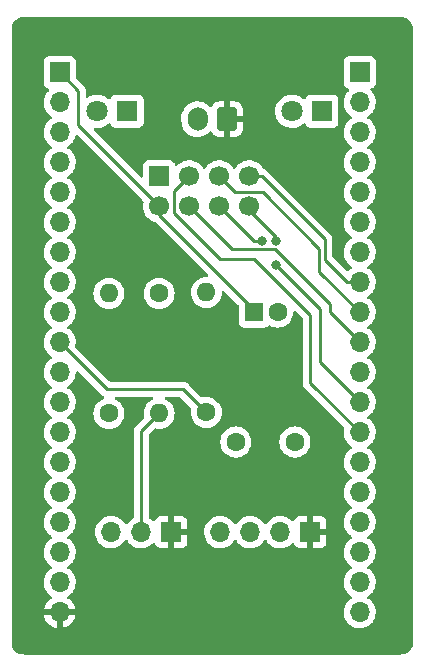
<source format=gbr>
%TF.GenerationSoftware,KiCad,Pcbnew,(6.0.11)*%
%TF.CreationDate,2023-02-26T16:40:04+01:00*%
%TF.ProjectId,OpenDTU_Breakout,4f70656e-4454-4555-9f42-7265616b6f75,rev?*%
%TF.SameCoordinates,Original*%
%TF.FileFunction,Copper,L2,Bot*%
%TF.FilePolarity,Positive*%
%FSLAX46Y46*%
G04 Gerber Fmt 4.6, Leading zero omitted, Abs format (unit mm)*
G04 Created by KiCad (PCBNEW (6.0.11)) date 2023-02-26 16:40:04*
%MOMM*%
%LPD*%
G01*
G04 APERTURE LIST*
G04 Aperture macros list*
%AMRoundRect*
0 Rectangle with rounded corners*
0 $1 Rounding radius*
0 $2 $3 $4 $5 $6 $7 $8 $9 X,Y pos of 4 corners*
0 Add a 4 corners polygon primitive as box body*
4,1,4,$2,$3,$4,$5,$6,$7,$8,$9,$2,$3,0*
0 Add four circle primitives for the rounded corners*
1,1,$1+$1,$2,$3*
1,1,$1+$1,$4,$5*
1,1,$1+$1,$6,$7*
1,1,$1+$1,$8,$9*
0 Add four rect primitives between the rounded corners*
20,1,$1+$1,$2,$3,$4,$5,0*
20,1,$1+$1,$4,$5,$6,$7,0*
20,1,$1+$1,$6,$7,$8,$9,0*
20,1,$1+$1,$8,$9,$2,$3,0*%
G04 Aperture macros list end*
%TA.AperFunction,ComponentPad*%
%ADD10C,1.600000*%
%TD*%
%TA.AperFunction,ComponentPad*%
%ADD11O,1.600000X1.600000*%
%TD*%
%TA.AperFunction,ComponentPad*%
%ADD12R,1.600000X1.600000*%
%TD*%
%TA.AperFunction,ComponentPad*%
%ADD13R,1.700000X1.700000*%
%TD*%
%TA.AperFunction,ComponentPad*%
%ADD14O,1.700000X1.700000*%
%TD*%
%TA.AperFunction,ComponentPad*%
%ADD15R,1.800000X1.800000*%
%TD*%
%TA.AperFunction,ComponentPad*%
%ADD16C,1.800000*%
%TD*%
%TA.AperFunction,ComponentPad*%
%ADD17C,1.700000*%
%TD*%
%TA.AperFunction,ComponentPad*%
%ADD18RoundRect,0.250000X0.600000X0.750000X-0.600000X0.750000X-0.600000X-0.750000X0.600000X-0.750000X0*%
%TD*%
%TA.AperFunction,ComponentPad*%
%ADD19O,1.700000X2.000000*%
%TD*%
%TA.AperFunction,ViaPad*%
%ADD20C,0.800000*%
%TD*%
%TA.AperFunction,Conductor*%
%ADD21C,0.250000*%
%TD*%
G04 APERTURE END LIST*
D10*
%TO.P,R3,1*%
%TO.N,/LEDSTRIPE*%
X129500000Y-104920000D03*
D11*
%TO.P,R3,2*%
%TO.N,Net-(J3-Pad2)*%
X129500000Y-115080000D03*
%TD*%
D10*
%TO.P,R2,1*%
%TO.N,/LED2*%
X133500000Y-115000000D03*
D11*
%TO.P,R2,2*%
%TO.N,Net-(D2-Pad2)*%
X133500000Y-104840000D03*
%TD*%
D10*
%TO.P,R1,1*%
%TO.N,/LED1*%
X125250000Y-115080000D03*
D11*
%TO.P,R1,2*%
%TO.N,Net-(D1-Pad2)*%
X125250000Y-104920000D03*
%TD*%
D12*
%TO.P,C1,1*%
%TO.N,+3.3V*%
X137544888Y-106500000D03*
D10*
%TO.P,C1,2*%
%TO.N,GND*%
X139544888Y-106500000D03*
%TD*%
D13*
%TO.P,J1,1,Pin_1*%
%TO.N,+5V*%
X142300000Y-125125000D03*
D14*
%TO.P,J1,2,Pin_2*%
%TO.N,/SDA*%
X139760000Y-125125000D03*
%TO.P,J1,3,Pin_3*%
%TO.N,/SCL*%
X137220000Y-125125000D03*
%TO.P,J1,4,Pin_4*%
%TO.N,GND*%
X134680000Y-125125000D03*
%TD*%
D13*
%TO.P,J3,1,Pin_1*%
%TO.N,+5V*%
X130525000Y-125125000D03*
D14*
%TO.P,J3,2,Pin_2*%
%TO.N,Net-(J3-Pad2)*%
X127985000Y-125125000D03*
%TO.P,J3,3,Pin_3*%
%TO.N,GND*%
X125445000Y-125125000D03*
%TD*%
D10*
%TO.P,C2,1*%
%TO.N,+3.3V*%
X136000000Y-117500000D03*
%TO.P,C2,2*%
%TO.N,GND*%
X141000000Y-117500000D03*
%TD*%
D13*
%TO.P,U1,1,3V3*%
%TO.N,+3.3V*%
X121075000Y-86190000D03*
D14*
%TO.P,U1,2,EN*%
%TO.N,unconnected-(U1-Pad2)*%
X121075000Y-88730000D03*
%TO.P,U1,3,SP*%
%TO.N,unconnected-(U1-Pad3)*%
X121075000Y-91270000D03*
%TO.P,U1,4,SN*%
%TO.N,unconnected-(U1-Pad4)*%
X121075000Y-93810000D03*
%TO.P,U1,5,G34*%
%TO.N,unconnected-(U1-Pad5)*%
X121075000Y-96350000D03*
%TO.P,U1,6,G35*%
%TO.N,unconnected-(U1-Pad6)*%
X121075000Y-98890000D03*
%TO.P,U1,7,G32*%
%TO.N,/LEDSTRIPE*%
X121075000Y-101430000D03*
%TO.P,U1,8,G33*%
%TO.N,unconnected-(U1-Pad8)*%
X121075000Y-103970000D03*
%TO.P,U1,9,G25*%
%TO.N,/LED1*%
X121075000Y-106510000D03*
%TO.P,U1,10,G26*%
%TO.N,/LED2*%
X121075000Y-109050000D03*
%TO.P,U1,11,G27*%
%TO.N,unconnected-(U1-Pad11)*%
X121075000Y-111590000D03*
%TO.P,U1,12,G14*%
%TO.N,unconnected-(U1-Pad12)*%
X121075000Y-114130000D03*
%TO.P,U1,13,G12*%
%TO.N,unconnected-(U1-Pad13)*%
X121075000Y-116670000D03*
%TO.P,U1,14,GND*%
%TO.N,GND*%
X121075000Y-119210000D03*
%TO.P,U1,15,G13*%
%TO.N,unconnected-(U1-Pad15)*%
X121075000Y-121750000D03*
%TO.P,U1,16,SD2*%
%TO.N,unconnected-(U1-Pad16)*%
X121075000Y-124290000D03*
%TO.P,U1,17,SD3*%
%TO.N,unconnected-(U1-Pad17)*%
X121075000Y-126830000D03*
%TO.P,U1,18,CMD*%
%TO.N,unconnected-(U1-Pad18)*%
X121075000Y-129370000D03*
%TO.P,U1,19,5V*%
%TO.N,+5V*%
X121075000Y-131910000D03*
%TO.P,U1,20,CLK*%
%TO.N,unconnected-(U1-Pad20)*%
X146475000Y-131910000D03*
%TO.P,U1,21,SD0*%
%TO.N,unconnected-(U1-Pad21)*%
X146475000Y-129370000D03*
%TO.P,U1,22,SD1*%
%TO.N,unconnected-(U1-Pad22)*%
X146475000Y-126830000D03*
%TO.P,U1,23,G15*%
%TO.N,unconnected-(U1-Pad23)*%
X146475000Y-124290000D03*
%TO.P,U1,24,G2*%
%TO.N,unconnected-(U1-Pad24)*%
X146475000Y-121750000D03*
%TO.P,U1,25,G0*%
%TO.N,unconnected-(U1-Pad25)*%
X146475000Y-119210000D03*
%TO.P,U1,26,G4*%
%TO.N,/CE*%
X146475000Y-116670000D03*
%TO.P,U1,27,G16*%
%TO.N,/IRQ*%
X146475000Y-114130000D03*
%TO.P,U1,28,G17*%
%TO.N,unconnected-(U1-Pad28)*%
X146475000Y-111590000D03*
%TO.P,U1,29,G5*%
%TO.N,/~{CSN}*%
X146475000Y-109050000D03*
%TO.P,U1,30,G18*%
%TO.N,/SCK*%
X146475000Y-106510000D03*
%TO.P,U1,31,G19*%
%TO.N,/MISO*%
X146475000Y-103970000D03*
%TO.P,U1,32,GND*%
%TO.N,GND*%
X146475000Y-101430000D03*
%TO.P,U1,33,G21*%
%TO.N,/SDA*%
X146475000Y-98890000D03*
%TO.P,U1,34,RXD*%
%TO.N,unconnected-(U1-Pad34)*%
X146475000Y-96350000D03*
%TO.P,U1,35,TXD*%
%TO.N,unconnected-(U1-Pad35)*%
X146475000Y-93810000D03*
%TO.P,U1,36,G22*%
%TO.N,/SCL*%
X146475000Y-91270000D03*
%TO.P,U1,37,G23*%
%TO.N,/MOSI*%
X146475000Y-88730000D03*
D13*
%TO.P,U1,38,GND*%
%TO.N,GND*%
X146475000Y-86190000D03*
%TD*%
D15*
%TO.P,D2,1,K*%
%TO.N,GND*%
X143275000Y-89500000D03*
D16*
%TO.P,D2,2,A*%
%TO.N,Net-(D2-Pad2)*%
X140735000Y-89500000D03*
%TD*%
D13*
%TO.P,U2,1,GND*%
%TO.N,GND*%
X129500000Y-95000000D03*
D17*
%TO.P,U2,2,VCC*%
%TO.N,+3.3V*%
X129500000Y-97540000D03*
%TO.P,U2,3,CE*%
%TO.N,/CE*%
X132040000Y-95000000D03*
%TO.P,U2,4,~{CSN}*%
%TO.N,/~{CSN}*%
X132040000Y-97540000D03*
%TO.P,U2,5,SCK*%
%TO.N,/SCK*%
X134580000Y-95000000D03*
%TO.P,U2,6,MOSI*%
%TO.N,/MOSI*%
X134580000Y-97540000D03*
%TO.P,U2,7,MISO*%
%TO.N,/MISO*%
X137120000Y-95000000D03*
%TO.P,U2,8,IRQ*%
%TO.N,/IRQ*%
X137120000Y-97540000D03*
%TD*%
D18*
%TO.P,J2,1,Pin_1*%
%TO.N,+5V*%
X135250000Y-90170000D03*
D19*
%TO.P,J2,2,Pin_2*%
%TO.N,GND*%
X132750000Y-90170000D03*
%TD*%
D15*
%TO.P,D1,1,K*%
%TO.N,GND*%
X126775000Y-89500000D03*
D16*
%TO.P,D1,2,A*%
%TO.N,Net-(D1-Pad2)*%
X124235000Y-89500000D03*
%TD*%
D20*
%TO.N,/MOSI*%
X138173849Y-100463201D03*
%TO.N,/IRQ*%
X139363812Y-102533812D03*
X139363812Y-100463201D03*
%TD*%
D21*
%TO.N,+3.3V*%
X129500000Y-98280000D02*
X129500000Y-97540000D01*
X122639772Y-90679772D02*
X122639772Y-87754772D01*
X129500000Y-97540000D02*
X122639772Y-90679772D01*
X137544888Y-106324888D02*
X129500000Y-98280000D01*
X122639772Y-87754772D02*
X121075000Y-86190000D01*
X137544888Y-106500000D02*
X137544888Y-106324888D01*
%TO.N,/MOSI*%
X138173849Y-100463201D02*
X137503201Y-100463201D01*
X137503201Y-100463201D02*
X134580000Y-97540000D01*
%TO.N,/MISO*%
X138180000Y-95000000D02*
X143510000Y-100330000D01*
X143510000Y-102086250D02*
X145393750Y-103970000D01*
X145393750Y-103970000D02*
X146475000Y-103970000D01*
X143510000Y-100330000D02*
X143510000Y-102086250D01*
X137120000Y-95000000D02*
X138180000Y-95000000D01*
%TO.N,/SCK*%
X143060000Y-101150000D02*
X138275000Y-96365000D01*
X138275000Y-96365000D02*
X135945000Y-96365000D01*
X143060000Y-103095000D02*
X143060000Y-101150000D01*
X146475000Y-106510000D02*
X143060000Y-103095000D01*
X135945000Y-96365000D02*
X134580000Y-95000000D01*
%TO.N,/~{CSN}*%
X143928172Y-106503172D02*
X143928172Y-105783400D01*
X146475000Y-109050000D02*
X143928172Y-106503172D01*
X143928172Y-105783400D02*
X139332473Y-101187701D01*
X135687701Y-101187701D02*
X132040000Y-97540000D01*
X139332473Y-101187701D02*
X135687701Y-101187701D01*
%TO.N,/IRQ*%
X143091827Y-110746827D02*
X146475000Y-114130000D01*
X139363812Y-100463201D02*
X139363812Y-100113812D01*
X137120000Y-97870000D02*
X137120000Y-97540000D01*
X143091827Y-106261827D02*
X143091827Y-110746827D01*
X139363812Y-102533812D02*
X143091827Y-106261827D01*
X139363812Y-100113812D02*
X137120000Y-97870000D01*
%TO.N,/CE*%
X142277490Y-112472490D02*
X142277490Y-106717490D01*
X130778158Y-98104744D02*
X130778158Y-96261842D01*
X130778158Y-96261842D02*
X132040000Y-95000000D01*
X142277490Y-106717490D02*
X137535828Y-101975828D01*
X134649242Y-101975828D02*
X130778158Y-98104744D01*
X146475000Y-116670000D02*
X142277490Y-112472490D01*
X137535828Y-101975828D02*
X134649242Y-101975828D01*
%TO.N,/LED2*%
X121075000Y-109050000D02*
X125055000Y-113030000D01*
X131530000Y-113030000D02*
X133500000Y-115000000D01*
X125055000Y-113030000D02*
X131530000Y-113030000D01*
%TO.N,Net-(J3-Pad2)*%
X127985000Y-125125000D02*
X127985000Y-116595000D01*
X127985000Y-116595000D02*
X129500000Y-115080000D01*
%TD*%
%TA.AperFunction,Conductor*%
%TO.N,+5V*%
G36*
X149970018Y-81510000D02*
G01*
X149984851Y-81512310D01*
X149984855Y-81512310D01*
X149993724Y-81513691D01*
X150006397Y-81512034D01*
X150033707Y-81511449D01*
X150161194Y-81522603D01*
X150182817Y-81526415D01*
X150328466Y-81565442D01*
X150349104Y-81572954D01*
X150485760Y-81636678D01*
X150504780Y-81647660D01*
X150628297Y-81734147D01*
X150645122Y-81748265D01*
X150751735Y-81854878D01*
X150765853Y-81871703D01*
X150852340Y-81995220D01*
X150863322Y-82014240D01*
X150927046Y-82150896D01*
X150934557Y-82171534D01*
X150973583Y-82317178D01*
X150977398Y-82338809D01*
X150987947Y-82459393D01*
X150987393Y-82475871D01*
X150987800Y-82475876D01*
X150987690Y-82484853D01*
X150986309Y-82493724D01*
X150987473Y-82502626D01*
X150987473Y-82502628D01*
X150990436Y-82525283D01*
X150991500Y-82541621D01*
X150991500Y-134450633D01*
X150990000Y-134470018D01*
X150987690Y-134484851D01*
X150987690Y-134484855D01*
X150986309Y-134493724D01*
X150987966Y-134506397D01*
X150988551Y-134533707D01*
X150977398Y-134661191D01*
X150973585Y-134682817D01*
X150952174Y-134762724D01*
X150934558Y-134828466D01*
X150927046Y-134849104D01*
X150863322Y-134985760D01*
X150852340Y-135004780D01*
X150765853Y-135128297D01*
X150751735Y-135145122D01*
X150645122Y-135251735D01*
X150628297Y-135265853D01*
X150504780Y-135352340D01*
X150485760Y-135363322D01*
X150349104Y-135427046D01*
X150328466Y-135434557D01*
X150182822Y-135473583D01*
X150161194Y-135477397D01*
X150104659Y-135482344D01*
X150040607Y-135487947D01*
X150024129Y-135487393D01*
X150024124Y-135487800D01*
X150015147Y-135487690D01*
X150006276Y-135486309D01*
X149997374Y-135487473D01*
X149997372Y-135487473D01*
X149983548Y-135489281D01*
X149974714Y-135490436D01*
X149958379Y-135491500D01*
X118049367Y-135491500D01*
X118029982Y-135490000D01*
X118015149Y-135487690D01*
X118015145Y-135487690D01*
X118006276Y-135486309D01*
X117993603Y-135487966D01*
X117966293Y-135488551D01*
X117838806Y-135477397D01*
X117817183Y-135473585D01*
X117671531Y-135434557D01*
X117650896Y-135427046D01*
X117514240Y-135363322D01*
X117495220Y-135352340D01*
X117371703Y-135265853D01*
X117354878Y-135251735D01*
X117248265Y-135145122D01*
X117234147Y-135128297D01*
X117147660Y-135004780D01*
X117136678Y-134985760D01*
X117072954Y-134849104D01*
X117065443Y-134828466D01*
X117026417Y-134682822D01*
X117022602Y-134661191D01*
X117012349Y-134543993D01*
X117012374Y-134521758D01*
X117012770Y-134517344D01*
X117013576Y-134512552D01*
X117013729Y-134500000D01*
X117009773Y-134472376D01*
X117008500Y-134454514D01*
X117008500Y-132177966D01*
X119743257Y-132177966D01*
X119773565Y-132312446D01*
X119776645Y-132322275D01*
X119856770Y-132519603D01*
X119861413Y-132528794D01*
X119972694Y-132710388D01*
X119978777Y-132718699D01*
X120118213Y-132879667D01*
X120125580Y-132886883D01*
X120289434Y-133022916D01*
X120297881Y-133028831D01*
X120481756Y-133136279D01*
X120491042Y-133140729D01*
X120690001Y-133216703D01*
X120699899Y-133219579D01*
X120803250Y-133240606D01*
X120817299Y-133239410D01*
X120821000Y-133229065D01*
X120821000Y-133228517D01*
X121329000Y-133228517D01*
X121333064Y-133242359D01*
X121346478Y-133244393D01*
X121353184Y-133243534D01*
X121363262Y-133241392D01*
X121567255Y-133180191D01*
X121576842Y-133176433D01*
X121768095Y-133082739D01*
X121776945Y-133077464D01*
X121950328Y-132953792D01*
X121958200Y-132947139D01*
X122109052Y-132796812D01*
X122115730Y-132788965D01*
X122240003Y-132616020D01*
X122245313Y-132607183D01*
X122339670Y-132416267D01*
X122343469Y-132406672D01*
X122405377Y-132202910D01*
X122407555Y-132192837D01*
X122408986Y-132181962D01*
X122406775Y-132167778D01*
X122393617Y-132164000D01*
X121347115Y-132164000D01*
X121331876Y-132168475D01*
X121330671Y-132169865D01*
X121329000Y-132177548D01*
X121329000Y-133228517D01*
X120821000Y-133228517D01*
X120821000Y-132182115D01*
X120816525Y-132166876D01*
X120815135Y-132165671D01*
X120807452Y-132164000D01*
X119758225Y-132164000D01*
X119744694Y-132167973D01*
X119743257Y-132177966D01*
X117008500Y-132177966D01*
X117008500Y-129336695D01*
X119712251Y-129336695D01*
X119712548Y-129341848D01*
X119712548Y-129341851D01*
X119718011Y-129436590D01*
X119725110Y-129559715D01*
X119726247Y-129564761D01*
X119726248Y-129564767D01*
X119746119Y-129652939D01*
X119774222Y-129777639D01*
X119858266Y-129984616D01*
X119974987Y-130175088D01*
X120121250Y-130343938D01*
X120293126Y-130486632D01*
X120366445Y-130529476D01*
X120366955Y-130529774D01*
X120415679Y-130581412D01*
X120428750Y-130651195D01*
X120402019Y-130716967D01*
X120361562Y-130750327D01*
X120353457Y-130754546D01*
X120344738Y-130760036D01*
X120174433Y-130887905D01*
X120166726Y-130894748D01*
X120019590Y-131048717D01*
X120013104Y-131056727D01*
X119893098Y-131232649D01*
X119888000Y-131241623D01*
X119798338Y-131434783D01*
X119794775Y-131444470D01*
X119739389Y-131644183D01*
X119740912Y-131652607D01*
X119753292Y-131656000D01*
X122393344Y-131656000D01*
X122406875Y-131652027D01*
X122408180Y-131642947D01*
X122366214Y-131475875D01*
X122362894Y-131466124D01*
X122277972Y-131270814D01*
X122273105Y-131261739D01*
X122157426Y-131082926D01*
X122151136Y-131074757D01*
X122007806Y-130917240D01*
X122000273Y-130910215D01*
X121833139Y-130778222D01*
X121824556Y-130772520D01*
X121787602Y-130752120D01*
X121737631Y-130701687D01*
X121722859Y-130632245D01*
X121747975Y-130565839D01*
X121775327Y-130539232D01*
X121798797Y-130522491D01*
X121954860Y-130411173D01*
X122113096Y-130253489D01*
X122172594Y-130170689D01*
X122240435Y-130076277D01*
X122243453Y-130072077D01*
X122342430Y-129871811D01*
X122407370Y-129658069D01*
X122436529Y-129436590D01*
X122438156Y-129370000D01*
X122419852Y-129147361D01*
X122365431Y-128930702D01*
X122276354Y-128725840D01*
X122155014Y-128538277D01*
X122004670Y-128373051D01*
X122000619Y-128369852D01*
X122000615Y-128369848D01*
X121833414Y-128237800D01*
X121833410Y-128237798D01*
X121829359Y-128234598D01*
X121788053Y-128211796D01*
X121738084Y-128161364D01*
X121723312Y-128091921D01*
X121748428Y-128025516D01*
X121775780Y-127998909D01*
X121819603Y-127967650D01*
X121954860Y-127871173D01*
X122113096Y-127713489D01*
X122172594Y-127630689D01*
X122240435Y-127536277D01*
X122243453Y-127532077D01*
X122342430Y-127331811D01*
X122407370Y-127118069D01*
X122436529Y-126896590D01*
X122438156Y-126830000D01*
X122419852Y-126607361D01*
X122365431Y-126390702D01*
X122276354Y-126185840D01*
X122168855Y-126019672D01*
X122157822Y-126002617D01*
X122157820Y-126002614D01*
X122155014Y-125998277D01*
X122004670Y-125833051D01*
X122000619Y-125829852D01*
X122000615Y-125829848D01*
X121833414Y-125697800D01*
X121833410Y-125697798D01*
X121829359Y-125694598D01*
X121788053Y-125671796D01*
X121738084Y-125621364D01*
X121723312Y-125551921D01*
X121748428Y-125485516D01*
X121775780Y-125458909D01*
X121840045Y-125413069D01*
X121954860Y-125331173D01*
X122113096Y-125173489D01*
X122172594Y-125090689D01*
X122240435Y-124996277D01*
X122243453Y-124992077D01*
X122304000Y-124869570D01*
X122340136Y-124796453D01*
X122340137Y-124796451D01*
X122342430Y-124791811D01*
X122407370Y-124578069D01*
X122436529Y-124356590D01*
X122438156Y-124290000D01*
X122419852Y-124067361D01*
X122365431Y-123850702D01*
X122276354Y-123645840D01*
X122155014Y-123458277D01*
X122004670Y-123293051D01*
X122000619Y-123289852D01*
X122000615Y-123289848D01*
X121833414Y-123157800D01*
X121833410Y-123157798D01*
X121829359Y-123154598D01*
X121788053Y-123131796D01*
X121738084Y-123081364D01*
X121723312Y-123011921D01*
X121748428Y-122945516D01*
X121775780Y-122918909D01*
X121819603Y-122887650D01*
X121954860Y-122791173D01*
X122113096Y-122633489D01*
X122172594Y-122550689D01*
X122240435Y-122456277D01*
X122243453Y-122452077D01*
X122342430Y-122251811D01*
X122407370Y-122038069D01*
X122436529Y-121816590D01*
X122438156Y-121750000D01*
X122419852Y-121527361D01*
X122365431Y-121310702D01*
X122276354Y-121105840D01*
X122155014Y-120918277D01*
X122004670Y-120753051D01*
X122000619Y-120749852D01*
X122000615Y-120749848D01*
X121833414Y-120617800D01*
X121833410Y-120617798D01*
X121829359Y-120614598D01*
X121788053Y-120591796D01*
X121738084Y-120541364D01*
X121723312Y-120471921D01*
X121748428Y-120405516D01*
X121775780Y-120378909D01*
X121819603Y-120347650D01*
X121954860Y-120251173D01*
X122113096Y-120093489D01*
X122172594Y-120010689D01*
X122240435Y-119916277D01*
X122243453Y-119912077D01*
X122342430Y-119711811D01*
X122407370Y-119498069D01*
X122436529Y-119276590D01*
X122438156Y-119210000D01*
X122419852Y-118987361D01*
X122365431Y-118770702D01*
X122276354Y-118565840D01*
X122155014Y-118378277D01*
X122004670Y-118213051D01*
X122000619Y-118209852D01*
X122000615Y-118209848D01*
X121833414Y-118077800D01*
X121833410Y-118077798D01*
X121829359Y-118074598D01*
X121788053Y-118051796D01*
X121738084Y-118001364D01*
X121723312Y-117931921D01*
X121748428Y-117865516D01*
X121775780Y-117838909D01*
X121819603Y-117807650D01*
X121954860Y-117711173D01*
X122113096Y-117553489D01*
X122172594Y-117470689D01*
X122240435Y-117376277D01*
X122243453Y-117372077D01*
X122290249Y-117277393D01*
X122340136Y-117176453D01*
X122340137Y-117176451D01*
X122342430Y-117171811D01*
X122407370Y-116958069D01*
X122436529Y-116736590D01*
X122438156Y-116670000D01*
X122419852Y-116447361D01*
X122365431Y-116230702D01*
X122276354Y-116025840D01*
X122161432Y-115848197D01*
X122157822Y-115842617D01*
X122157820Y-115842614D01*
X122155014Y-115838277D01*
X122004670Y-115673051D01*
X122000619Y-115669852D01*
X122000615Y-115669848D01*
X121833414Y-115537800D01*
X121833410Y-115537798D01*
X121829359Y-115534598D01*
X121788053Y-115511796D01*
X121738084Y-115461364D01*
X121723312Y-115391921D01*
X121748428Y-115325516D01*
X121775780Y-115298909D01*
X121819603Y-115267650D01*
X121954860Y-115171173D01*
X122113096Y-115013489D01*
X122172594Y-114930689D01*
X122240435Y-114836277D01*
X122243453Y-114832077D01*
X122270480Y-114777393D01*
X122340136Y-114636453D01*
X122340137Y-114636451D01*
X122342430Y-114631811D01*
X122374900Y-114524940D01*
X122405865Y-114423023D01*
X122405865Y-114423021D01*
X122407370Y-114418069D01*
X122436529Y-114196590D01*
X122438156Y-114130000D01*
X122419852Y-113907361D01*
X122365431Y-113690702D01*
X122276354Y-113485840D01*
X122155014Y-113298277D01*
X122004670Y-113133051D01*
X122000619Y-113129852D01*
X122000615Y-113129848D01*
X121833414Y-112997800D01*
X121833410Y-112997798D01*
X121829359Y-112994598D01*
X121788053Y-112971796D01*
X121738084Y-112921364D01*
X121723312Y-112851921D01*
X121748428Y-112785516D01*
X121775780Y-112758909D01*
X121832469Y-112718473D01*
X121954860Y-112631173D01*
X121984787Y-112601351D01*
X122042659Y-112543680D01*
X122113096Y-112473489D01*
X122124511Y-112457604D01*
X122240435Y-112296277D01*
X122243453Y-112292077D01*
X122265737Y-112246990D01*
X122340136Y-112096453D01*
X122340137Y-112096451D01*
X122342430Y-112091811D01*
X122374900Y-111984940D01*
X122405865Y-111883023D01*
X122405865Y-111883021D01*
X122407370Y-111878069D01*
X122436529Y-111656590D01*
X122437676Y-111609654D01*
X122459336Y-111542042D01*
X122514111Y-111496874D01*
X122584611Y-111488490D01*
X122652733Y-111523637D01*
X123602584Y-112473489D01*
X124551348Y-113422253D01*
X124558888Y-113430539D01*
X124563000Y-113437018D01*
X124568777Y-113442443D01*
X124612651Y-113483643D01*
X124615493Y-113486398D01*
X124635230Y-113506135D01*
X124638427Y-113508615D01*
X124647447Y-113516318D01*
X124679679Y-113546586D01*
X124686625Y-113550405D01*
X124686628Y-113550407D01*
X124697434Y-113556348D01*
X124713953Y-113567199D01*
X124729959Y-113579614D01*
X124737228Y-113582759D01*
X124737232Y-113582762D01*
X124770537Y-113597174D01*
X124781187Y-113602391D01*
X124812435Y-113619569D01*
X124862492Y-113669913D01*
X124877386Y-113739330D01*
X124852385Y-113805779D01*
X124800160Y-113844436D01*
X124800757Y-113845716D01*
X124598238Y-113940151D01*
X124598233Y-113940154D01*
X124593251Y-113942477D01*
X124524463Y-113990643D01*
X124410211Y-114070643D01*
X124410208Y-114070645D01*
X124405700Y-114073802D01*
X124243802Y-114235700D01*
X124112477Y-114423251D01*
X124110154Y-114428233D01*
X124110151Y-114428238D01*
X124055343Y-114545775D01*
X124015716Y-114630757D01*
X124014294Y-114636065D01*
X124014293Y-114636067D01*
X123986490Y-114739829D01*
X123956457Y-114851913D01*
X123936502Y-115080000D01*
X123956457Y-115308087D01*
X123957881Y-115313400D01*
X123957881Y-115313402D01*
X123965307Y-115341114D01*
X124015716Y-115529243D01*
X124018039Y-115534224D01*
X124018039Y-115534225D01*
X124110151Y-115731762D01*
X124110154Y-115731767D01*
X124112477Y-115736749D01*
X124243802Y-115924300D01*
X124405700Y-116086198D01*
X124410208Y-116089355D01*
X124410211Y-116089357D01*
X124474491Y-116134366D01*
X124593251Y-116217523D01*
X124598233Y-116219846D01*
X124598238Y-116219849D01*
X124792721Y-116310537D01*
X124800757Y-116314284D01*
X124806065Y-116315706D01*
X124806067Y-116315707D01*
X125016598Y-116372119D01*
X125016600Y-116372119D01*
X125021913Y-116373543D01*
X125250000Y-116393498D01*
X125478087Y-116373543D01*
X125483400Y-116372119D01*
X125483402Y-116372119D01*
X125693933Y-116315707D01*
X125693935Y-116315706D01*
X125699243Y-116314284D01*
X125707279Y-116310537D01*
X125901762Y-116219849D01*
X125901767Y-116219846D01*
X125906749Y-116217523D01*
X126025509Y-116134366D01*
X126089789Y-116089357D01*
X126089792Y-116089355D01*
X126094300Y-116086198D01*
X126256198Y-115924300D01*
X126387523Y-115736749D01*
X126389846Y-115731767D01*
X126389849Y-115731762D01*
X126481961Y-115534225D01*
X126481961Y-115534224D01*
X126484284Y-115529243D01*
X126534694Y-115341114D01*
X126542119Y-115313402D01*
X126542119Y-115313400D01*
X126543543Y-115308087D01*
X126563498Y-115080000D01*
X126543543Y-114851913D01*
X126513510Y-114739829D01*
X126485707Y-114636067D01*
X126485706Y-114636065D01*
X126484284Y-114630757D01*
X126444657Y-114545775D01*
X126389849Y-114428238D01*
X126389846Y-114428233D01*
X126387523Y-114423251D01*
X126256198Y-114235700D01*
X126094300Y-114073802D01*
X126089792Y-114070645D01*
X126089789Y-114070643D01*
X125975537Y-113990643D01*
X125906749Y-113942477D01*
X125823580Y-113903695D01*
X125770295Y-113856778D01*
X125750834Y-113788501D01*
X125771376Y-113720541D01*
X125825398Y-113674475D01*
X125876830Y-113663500D01*
X128873170Y-113663500D01*
X128941291Y-113683502D01*
X128987784Y-113737158D01*
X128997888Y-113807432D01*
X128968394Y-113872012D01*
X128926420Y-113903695D01*
X128843251Y-113942477D01*
X128774463Y-113990643D01*
X128660211Y-114070643D01*
X128660208Y-114070645D01*
X128655700Y-114073802D01*
X128493802Y-114235700D01*
X128362477Y-114423251D01*
X128360154Y-114428233D01*
X128360151Y-114428238D01*
X128305343Y-114545775D01*
X128265716Y-114630757D01*
X128264294Y-114636065D01*
X128264293Y-114636067D01*
X128236490Y-114739829D01*
X128206457Y-114851913D01*
X128186502Y-115080000D01*
X128206457Y-115308087D01*
X128207879Y-115313392D01*
X128207881Y-115313406D01*
X128223459Y-115371539D01*
X128221771Y-115442516D01*
X128190848Y-115493248D01*
X127592742Y-116091353D01*
X127584463Y-116098887D01*
X127577982Y-116103000D01*
X127548528Y-116134366D01*
X127531357Y-116152651D01*
X127528602Y-116155493D01*
X127508865Y-116175230D01*
X127506385Y-116178427D01*
X127498682Y-116187447D01*
X127468414Y-116219679D01*
X127464595Y-116226625D01*
X127464593Y-116226628D01*
X127458652Y-116237434D01*
X127447801Y-116253953D01*
X127435386Y-116269959D01*
X127432241Y-116277228D01*
X127432238Y-116277232D01*
X127417826Y-116310537D01*
X127412609Y-116321187D01*
X127391305Y-116359940D01*
X127389334Y-116367615D01*
X127389334Y-116367616D01*
X127386267Y-116379562D01*
X127379863Y-116398266D01*
X127371819Y-116416855D01*
X127370580Y-116424678D01*
X127370577Y-116424688D01*
X127364901Y-116460524D01*
X127362495Y-116472144D01*
X127351500Y-116514970D01*
X127351500Y-116535224D01*
X127349949Y-116554934D01*
X127346780Y-116574943D01*
X127347526Y-116582835D01*
X127350941Y-116618961D01*
X127351500Y-116630819D01*
X127351500Y-123846692D01*
X127331498Y-123914813D01*
X127283683Y-123958453D01*
X127258607Y-123971507D01*
X127254474Y-123974610D01*
X127254471Y-123974612D01*
X127130941Y-124067361D01*
X127079965Y-124105635D01*
X127040128Y-124147322D01*
X126935609Y-124256695D01*
X126925629Y-124267138D01*
X126818201Y-124424621D01*
X126763293Y-124469621D01*
X126692768Y-124477792D01*
X126629021Y-124446538D01*
X126608324Y-124422054D01*
X126527822Y-124297617D01*
X126527820Y-124297614D01*
X126525014Y-124293277D01*
X126374670Y-124128051D01*
X126370619Y-124124852D01*
X126370615Y-124124848D01*
X126203414Y-123992800D01*
X126203410Y-123992798D01*
X126199359Y-123989598D01*
X126194831Y-123987098D01*
X126078988Y-123923150D01*
X126003789Y-123881638D01*
X125998920Y-123879914D01*
X125998916Y-123879912D01*
X125798087Y-123808795D01*
X125798083Y-123808794D01*
X125793212Y-123807069D01*
X125788119Y-123806162D01*
X125788116Y-123806161D01*
X125578373Y-123768800D01*
X125578367Y-123768799D01*
X125573284Y-123767894D01*
X125499452Y-123766992D01*
X125355081Y-123765228D01*
X125355079Y-123765228D01*
X125349911Y-123765165D01*
X125129091Y-123798955D01*
X124916756Y-123868357D01*
X124886443Y-123884137D01*
X124742975Y-123958822D01*
X124718607Y-123971507D01*
X124714474Y-123974610D01*
X124714471Y-123974612D01*
X124590941Y-124067361D01*
X124539965Y-124105635D01*
X124500128Y-124147322D01*
X124395609Y-124256695D01*
X124385629Y-124267138D01*
X124382720Y-124271403D01*
X124382714Y-124271411D01*
X124367798Y-124293277D01*
X124259743Y-124451680D01*
X124165688Y-124654305D01*
X124105989Y-124869570D01*
X124082251Y-125091695D01*
X124082548Y-125096848D01*
X124082548Y-125096851D01*
X124084171Y-125125000D01*
X124095110Y-125314715D01*
X124096247Y-125319761D01*
X124096248Y-125319767D01*
X124110606Y-125383475D01*
X124144222Y-125532639D01*
X124154997Y-125559174D01*
X124208974Y-125692104D01*
X124228266Y-125739616D01*
X124269884Y-125807530D01*
X124342291Y-125925688D01*
X124344987Y-125930088D01*
X124491250Y-126098938D01*
X124663126Y-126241632D01*
X124856000Y-126354338D01*
X125064692Y-126434030D01*
X125069760Y-126435061D01*
X125069763Y-126435062D01*
X125177017Y-126456883D01*
X125283597Y-126478567D01*
X125288772Y-126478757D01*
X125288774Y-126478757D01*
X125501673Y-126486564D01*
X125501677Y-126486564D01*
X125506837Y-126486753D01*
X125511957Y-126486097D01*
X125511959Y-126486097D01*
X125723288Y-126459025D01*
X125723289Y-126459025D01*
X125728416Y-126458368D01*
X125733366Y-126456883D01*
X125937429Y-126395661D01*
X125937434Y-126395659D01*
X125942384Y-126394174D01*
X126142994Y-126295896D01*
X126324860Y-126166173D01*
X126483096Y-126008489D01*
X126487316Y-126002617D01*
X126613453Y-125827077D01*
X126614776Y-125828028D01*
X126661645Y-125784857D01*
X126731580Y-125772625D01*
X126797026Y-125800144D01*
X126824875Y-125831994D01*
X126884987Y-125930088D01*
X127031250Y-126098938D01*
X127203126Y-126241632D01*
X127396000Y-126354338D01*
X127604692Y-126434030D01*
X127609760Y-126435061D01*
X127609763Y-126435062D01*
X127717017Y-126456883D01*
X127823597Y-126478567D01*
X127828772Y-126478757D01*
X127828774Y-126478757D01*
X128041673Y-126486564D01*
X128041677Y-126486564D01*
X128046837Y-126486753D01*
X128051957Y-126486097D01*
X128051959Y-126486097D01*
X128263288Y-126459025D01*
X128263289Y-126459025D01*
X128268416Y-126458368D01*
X128273366Y-126456883D01*
X128477429Y-126395661D01*
X128477434Y-126395659D01*
X128482384Y-126394174D01*
X128682994Y-126295896D01*
X128864860Y-126166173D01*
X128932331Y-126098938D01*
X128973479Y-126057933D01*
X129035851Y-126024017D01*
X129106658Y-126029205D01*
X129163419Y-126071851D01*
X129180401Y-126102954D01*
X129221676Y-126213054D01*
X129230214Y-126228649D01*
X129306715Y-126330724D01*
X129319276Y-126343285D01*
X129421351Y-126419786D01*
X129436946Y-126428324D01*
X129557394Y-126473478D01*
X129572649Y-126477105D01*
X129623514Y-126482631D01*
X129630328Y-126483000D01*
X130252885Y-126483000D01*
X130268124Y-126478525D01*
X130269329Y-126477135D01*
X130271000Y-126469452D01*
X130271000Y-126464884D01*
X130779000Y-126464884D01*
X130783475Y-126480123D01*
X130784865Y-126481328D01*
X130792548Y-126482999D01*
X131419669Y-126482999D01*
X131426490Y-126482629D01*
X131477352Y-126477105D01*
X131492604Y-126473479D01*
X131613054Y-126428324D01*
X131628649Y-126419786D01*
X131730724Y-126343285D01*
X131743285Y-126330724D01*
X131819786Y-126228649D01*
X131828324Y-126213054D01*
X131873478Y-126092606D01*
X131877105Y-126077351D01*
X131882631Y-126026486D01*
X131883000Y-126019672D01*
X131883000Y-125397115D01*
X131878525Y-125381876D01*
X131877135Y-125380671D01*
X131869452Y-125379000D01*
X130797115Y-125379000D01*
X130781876Y-125383475D01*
X130780671Y-125384865D01*
X130779000Y-125392548D01*
X130779000Y-126464884D01*
X130271000Y-126464884D01*
X130271000Y-125091695D01*
X133317251Y-125091695D01*
X133317548Y-125096848D01*
X133317548Y-125096851D01*
X133319171Y-125125000D01*
X133330110Y-125314715D01*
X133331247Y-125319761D01*
X133331248Y-125319767D01*
X133345606Y-125383475D01*
X133379222Y-125532639D01*
X133389997Y-125559174D01*
X133443974Y-125692104D01*
X133463266Y-125739616D01*
X133504884Y-125807530D01*
X133577291Y-125925688D01*
X133579987Y-125930088D01*
X133726250Y-126098938D01*
X133898126Y-126241632D01*
X134091000Y-126354338D01*
X134299692Y-126434030D01*
X134304760Y-126435061D01*
X134304763Y-126435062D01*
X134412017Y-126456883D01*
X134518597Y-126478567D01*
X134523772Y-126478757D01*
X134523774Y-126478757D01*
X134736673Y-126486564D01*
X134736677Y-126486564D01*
X134741837Y-126486753D01*
X134746957Y-126486097D01*
X134746959Y-126486097D01*
X134958288Y-126459025D01*
X134958289Y-126459025D01*
X134963416Y-126458368D01*
X134968366Y-126456883D01*
X135172429Y-126395661D01*
X135172434Y-126395659D01*
X135177384Y-126394174D01*
X135377994Y-126295896D01*
X135559860Y-126166173D01*
X135718096Y-126008489D01*
X135722316Y-126002617D01*
X135848453Y-125827077D01*
X135849776Y-125828028D01*
X135896645Y-125784857D01*
X135966580Y-125772625D01*
X136032026Y-125800144D01*
X136059875Y-125831994D01*
X136119987Y-125930088D01*
X136266250Y-126098938D01*
X136438126Y-126241632D01*
X136631000Y-126354338D01*
X136839692Y-126434030D01*
X136844760Y-126435061D01*
X136844763Y-126435062D01*
X136952017Y-126456883D01*
X137058597Y-126478567D01*
X137063772Y-126478757D01*
X137063774Y-126478757D01*
X137276673Y-126486564D01*
X137276677Y-126486564D01*
X137281837Y-126486753D01*
X137286957Y-126486097D01*
X137286959Y-126486097D01*
X137498288Y-126459025D01*
X137498289Y-126459025D01*
X137503416Y-126458368D01*
X137508366Y-126456883D01*
X137712429Y-126395661D01*
X137712434Y-126395659D01*
X137717384Y-126394174D01*
X137917994Y-126295896D01*
X138099860Y-126166173D01*
X138258096Y-126008489D01*
X138262316Y-126002617D01*
X138388453Y-125827077D01*
X138389776Y-125828028D01*
X138436645Y-125784857D01*
X138506580Y-125772625D01*
X138572026Y-125800144D01*
X138599875Y-125831994D01*
X138659987Y-125930088D01*
X138806250Y-126098938D01*
X138978126Y-126241632D01*
X139171000Y-126354338D01*
X139379692Y-126434030D01*
X139384760Y-126435061D01*
X139384763Y-126435062D01*
X139492017Y-126456883D01*
X139598597Y-126478567D01*
X139603772Y-126478757D01*
X139603774Y-126478757D01*
X139816673Y-126486564D01*
X139816677Y-126486564D01*
X139821837Y-126486753D01*
X139826957Y-126486097D01*
X139826959Y-126486097D01*
X140038288Y-126459025D01*
X140038289Y-126459025D01*
X140043416Y-126458368D01*
X140048366Y-126456883D01*
X140252429Y-126395661D01*
X140252434Y-126395659D01*
X140257384Y-126394174D01*
X140457994Y-126295896D01*
X140639860Y-126166173D01*
X140707331Y-126098938D01*
X140748479Y-126057933D01*
X140810851Y-126024017D01*
X140881658Y-126029205D01*
X140938419Y-126071851D01*
X140955401Y-126102954D01*
X140996676Y-126213054D01*
X141005214Y-126228649D01*
X141081715Y-126330724D01*
X141094276Y-126343285D01*
X141196351Y-126419786D01*
X141211946Y-126428324D01*
X141332394Y-126473478D01*
X141347649Y-126477105D01*
X141398514Y-126482631D01*
X141405328Y-126483000D01*
X142027885Y-126483000D01*
X142043124Y-126478525D01*
X142044329Y-126477135D01*
X142046000Y-126469452D01*
X142046000Y-126464884D01*
X142554000Y-126464884D01*
X142558475Y-126480123D01*
X142559865Y-126481328D01*
X142567548Y-126482999D01*
X143194669Y-126482999D01*
X143201490Y-126482629D01*
X143252352Y-126477105D01*
X143267604Y-126473479D01*
X143388054Y-126428324D01*
X143403649Y-126419786D01*
X143505724Y-126343285D01*
X143518285Y-126330724D01*
X143594786Y-126228649D01*
X143603324Y-126213054D01*
X143648478Y-126092606D01*
X143652105Y-126077351D01*
X143657631Y-126026486D01*
X143658000Y-126019672D01*
X143658000Y-125397115D01*
X143653525Y-125381876D01*
X143652135Y-125380671D01*
X143644452Y-125379000D01*
X142572115Y-125379000D01*
X142556876Y-125383475D01*
X142555671Y-125384865D01*
X142554000Y-125392548D01*
X142554000Y-126464884D01*
X142046000Y-126464884D01*
X142046000Y-124852885D01*
X142554000Y-124852885D01*
X142558475Y-124868124D01*
X142559865Y-124869329D01*
X142567548Y-124871000D01*
X143639884Y-124871000D01*
X143655123Y-124866525D01*
X143656328Y-124865135D01*
X143657999Y-124857452D01*
X143657999Y-124230331D01*
X143657629Y-124223510D01*
X143652105Y-124172648D01*
X143648479Y-124157396D01*
X143603324Y-124036946D01*
X143594786Y-124021351D01*
X143518285Y-123919276D01*
X143505724Y-123906715D01*
X143403649Y-123830214D01*
X143388054Y-123821676D01*
X143267606Y-123776522D01*
X143252351Y-123772895D01*
X143201486Y-123767369D01*
X143194672Y-123767000D01*
X142572115Y-123767000D01*
X142556876Y-123771475D01*
X142555671Y-123772865D01*
X142554000Y-123780548D01*
X142554000Y-124852885D01*
X142046000Y-124852885D01*
X142046000Y-123785116D01*
X142041525Y-123769877D01*
X142040135Y-123768672D01*
X142032452Y-123767001D01*
X141405331Y-123767001D01*
X141398510Y-123767371D01*
X141347648Y-123772895D01*
X141332396Y-123776521D01*
X141211946Y-123821676D01*
X141196351Y-123830214D01*
X141094276Y-123906715D01*
X141081715Y-123919276D01*
X141005214Y-124021351D01*
X140996676Y-124036946D01*
X140955297Y-124147322D01*
X140912655Y-124204087D01*
X140846093Y-124228786D01*
X140776744Y-124213578D01*
X140744121Y-124187891D01*
X140693151Y-124131876D01*
X140693145Y-124131870D01*
X140689670Y-124128051D01*
X140685619Y-124124852D01*
X140685615Y-124124848D01*
X140518414Y-123992800D01*
X140518410Y-123992798D01*
X140514359Y-123989598D01*
X140509831Y-123987098D01*
X140393988Y-123923150D01*
X140318789Y-123881638D01*
X140313920Y-123879914D01*
X140313916Y-123879912D01*
X140113087Y-123808795D01*
X140113083Y-123808794D01*
X140108212Y-123807069D01*
X140103119Y-123806162D01*
X140103116Y-123806161D01*
X139893373Y-123768800D01*
X139893367Y-123768799D01*
X139888284Y-123767894D01*
X139814452Y-123766992D01*
X139670081Y-123765228D01*
X139670079Y-123765228D01*
X139664911Y-123765165D01*
X139444091Y-123798955D01*
X139231756Y-123868357D01*
X139201443Y-123884137D01*
X139057975Y-123958822D01*
X139033607Y-123971507D01*
X139029474Y-123974610D01*
X139029471Y-123974612D01*
X138905941Y-124067361D01*
X138854965Y-124105635D01*
X138815128Y-124147322D01*
X138710609Y-124256695D01*
X138700629Y-124267138D01*
X138593201Y-124424621D01*
X138538293Y-124469621D01*
X138467768Y-124477792D01*
X138404021Y-124446538D01*
X138383324Y-124422054D01*
X138302822Y-124297617D01*
X138302820Y-124297614D01*
X138300014Y-124293277D01*
X138149670Y-124128051D01*
X138145619Y-124124852D01*
X138145615Y-124124848D01*
X137978414Y-123992800D01*
X137978410Y-123992798D01*
X137974359Y-123989598D01*
X137969831Y-123987098D01*
X137853988Y-123923150D01*
X137778789Y-123881638D01*
X137773920Y-123879914D01*
X137773916Y-123879912D01*
X137573087Y-123808795D01*
X137573083Y-123808794D01*
X137568212Y-123807069D01*
X137563119Y-123806162D01*
X137563116Y-123806161D01*
X137353373Y-123768800D01*
X137353367Y-123768799D01*
X137348284Y-123767894D01*
X137274452Y-123766992D01*
X137130081Y-123765228D01*
X137130079Y-123765228D01*
X137124911Y-123765165D01*
X136904091Y-123798955D01*
X136691756Y-123868357D01*
X136661443Y-123884137D01*
X136517975Y-123958822D01*
X136493607Y-123971507D01*
X136489474Y-123974610D01*
X136489471Y-123974612D01*
X136365941Y-124067361D01*
X136314965Y-124105635D01*
X136275128Y-124147322D01*
X136170609Y-124256695D01*
X136160629Y-124267138D01*
X136053201Y-124424621D01*
X135998293Y-124469621D01*
X135927768Y-124477792D01*
X135864021Y-124446538D01*
X135843324Y-124422054D01*
X135762822Y-124297617D01*
X135762820Y-124297614D01*
X135760014Y-124293277D01*
X135609670Y-124128051D01*
X135605619Y-124124852D01*
X135605615Y-124124848D01*
X135438414Y-123992800D01*
X135438410Y-123992798D01*
X135434359Y-123989598D01*
X135429831Y-123987098D01*
X135313988Y-123923150D01*
X135238789Y-123881638D01*
X135233920Y-123879914D01*
X135233916Y-123879912D01*
X135033087Y-123808795D01*
X135033083Y-123808794D01*
X135028212Y-123807069D01*
X135023119Y-123806162D01*
X135023116Y-123806161D01*
X134813373Y-123768800D01*
X134813367Y-123768799D01*
X134808284Y-123767894D01*
X134734452Y-123766992D01*
X134590081Y-123765228D01*
X134590079Y-123765228D01*
X134584911Y-123765165D01*
X134364091Y-123798955D01*
X134151756Y-123868357D01*
X134121443Y-123884137D01*
X133977975Y-123958822D01*
X133953607Y-123971507D01*
X133949474Y-123974610D01*
X133949471Y-123974612D01*
X133825941Y-124067361D01*
X133774965Y-124105635D01*
X133735128Y-124147322D01*
X133630609Y-124256695D01*
X133620629Y-124267138D01*
X133617720Y-124271403D01*
X133617714Y-124271411D01*
X133602798Y-124293277D01*
X133494743Y-124451680D01*
X133400688Y-124654305D01*
X133340989Y-124869570D01*
X133317251Y-125091695D01*
X130271000Y-125091695D01*
X130271000Y-124852885D01*
X130779000Y-124852885D01*
X130783475Y-124868124D01*
X130784865Y-124869329D01*
X130792548Y-124871000D01*
X131864884Y-124871000D01*
X131880123Y-124866525D01*
X131881328Y-124865135D01*
X131882999Y-124857452D01*
X131882999Y-124230331D01*
X131882629Y-124223510D01*
X131877105Y-124172648D01*
X131873479Y-124157396D01*
X131828324Y-124036946D01*
X131819786Y-124021351D01*
X131743285Y-123919276D01*
X131730724Y-123906715D01*
X131628649Y-123830214D01*
X131613054Y-123821676D01*
X131492606Y-123776522D01*
X131477351Y-123772895D01*
X131426486Y-123767369D01*
X131419672Y-123767000D01*
X130797115Y-123767000D01*
X130781876Y-123771475D01*
X130780671Y-123772865D01*
X130779000Y-123780548D01*
X130779000Y-124852885D01*
X130271000Y-124852885D01*
X130271000Y-123785116D01*
X130266525Y-123769877D01*
X130265135Y-123768672D01*
X130257452Y-123767001D01*
X129630331Y-123767001D01*
X129623510Y-123767371D01*
X129572648Y-123772895D01*
X129557396Y-123776521D01*
X129436946Y-123821676D01*
X129421351Y-123830214D01*
X129319276Y-123906715D01*
X129306715Y-123919276D01*
X129230214Y-124021351D01*
X129221676Y-124036946D01*
X129180297Y-124147322D01*
X129137655Y-124204087D01*
X129071093Y-124228786D01*
X129001744Y-124213578D01*
X128969121Y-124187891D01*
X128918151Y-124131876D01*
X128918145Y-124131870D01*
X128914670Y-124128051D01*
X128910619Y-124124852D01*
X128910615Y-124124848D01*
X128743414Y-123992800D01*
X128743410Y-123992798D01*
X128739359Y-123989598D01*
X128734835Y-123987101D01*
X128734831Y-123987098D01*
X128683608Y-123958822D01*
X128633636Y-123908390D01*
X128618500Y-123848513D01*
X128618500Y-117500000D01*
X134686502Y-117500000D01*
X134706457Y-117728087D01*
X134707881Y-117733400D01*
X134707881Y-117733402D01*
X134761075Y-117931921D01*
X134765716Y-117949243D01*
X134768039Y-117954224D01*
X134768039Y-117954225D01*
X134860151Y-118151762D01*
X134860154Y-118151767D01*
X134862477Y-118156749D01*
X134993802Y-118344300D01*
X135155700Y-118506198D01*
X135160208Y-118509355D01*
X135160211Y-118509357D01*
X135205938Y-118541375D01*
X135343251Y-118637523D01*
X135348233Y-118639846D01*
X135348238Y-118639849D01*
X135545775Y-118731961D01*
X135550757Y-118734284D01*
X135556065Y-118735706D01*
X135556067Y-118735707D01*
X135766598Y-118792119D01*
X135766600Y-118792119D01*
X135771913Y-118793543D01*
X136000000Y-118813498D01*
X136228087Y-118793543D01*
X136233400Y-118792119D01*
X136233402Y-118792119D01*
X136443933Y-118735707D01*
X136443935Y-118735706D01*
X136449243Y-118734284D01*
X136454225Y-118731961D01*
X136651762Y-118639849D01*
X136651767Y-118639846D01*
X136656749Y-118637523D01*
X136794062Y-118541375D01*
X136839789Y-118509357D01*
X136839792Y-118509355D01*
X136844300Y-118506198D01*
X137006198Y-118344300D01*
X137137523Y-118156749D01*
X137139846Y-118151767D01*
X137139849Y-118151762D01*
X137231961Y-117954225D01*
X137231961Y-117954224D01*
X137234284Y-117949243D01*
X137238926Y-117931921D01*
X137292119Y-117733402D01*
X137292119Y-117733400D01*
X137293543Y-117728087D01*
X137313498Y-117500000D01*
X139686502Y-117500000D01*
X139706457Y-117728087D01*
X139707881Y-117733400D01*
X139707881Y-117733402D01*
X139761075Y-117931921D01*
X139765716Y-117949243D01*
X139768039Y-117954224D01*
X139768039Y-117954225D01*
X139860151Y-118151762D01*
X139860154Y-118151767D01*
X139862477Y-118156749D01*
X139993802Y-118344300D01*
X140155700Y-118506198D01*
X140160208Y-118509355D01*
X140160211Y-118509357D01*
X140205938Y-118541375D01*
X140343251Y-118637523D01*
X140348233Y-118639846D01*
X140348238Y-118639849D01*
X140545775Y-118731961D01*
X140550757Y-118734284D01*
X140556065Y-118735706D01*
X140556067Y-118735707D01*
X140766598Y-118792119D01*
X140766600Y-118792119D01*
X140771913Y-118793543D01*
X141000000Y-118813498D01*
X141228087Y-118793543D01*
X141233400Y-118792119D01*
X141233402Y-118792119D01*
X141443933Y-118735707D01*
X141443935Y-118735706D01*
X141449243Y-118734284D01*
X141454225Y-118731961D01*
X141651762Y-118639849D01*
X141651767Y-118639846D01*
X141656749Y-118637523D01*
X141794062Y-118541375D01*
X141839789Y-118509357D01*
X141839792Y-118509355D01*
X141844300Y-118506198D01*
X142006198Y-118344300D01*
X142137523Y-118156749D01*
X142139846Y-118151767D01*
X142139849Y-118151762D01*
X142231961Y-117954225D01*
X142231961Y-117954224D01*
X142234284Y-117949243D01*
X142238926Y-117931921D01*
X142292119Y-117733402D01*
X142292119Y-117733400D01*
X142293543Y-117728087D01*
X142313498Y-117500000D01*
X142293543Y-117271913D01*
X142292119Y-117266598D01*
X142235707Y-117056067D01*
X142235706Y-117056065D01*
X142234284Y-117050757D01*
X142231961Y-117045775D01*
X142139849Y-116848238D01*
X142139846Y-116848233D01*
X142137523Y-116843251D01*
X142016211Y-116670000D01*
X142009357Y-116660211D01*
X142009355Y-116660208D01*
X142006198Y-116655700D01*
X141844300Y-116493802D01*
X141839792Y-116490645D01*
X141839789Y-116490643D01*
X141738477Y-116419704D01*
X141656749Y-116362477D01*
X141651767Y-116360154D01*
X141651762Y-116360151D01*
X141454225Y-116268039D01*
X141454224Y-116268039D01*
X141449243Y-116265716D01*
X141443935Y-116264294D01*
X141443933Y-116264293D01*
X141233402Y-116207881D01*
X141233400Y-116207881D01*
X141228087Y-116206457D01*
X141000000Y-116186502D01*
X140771913Y-116206457D01*
X140766600Y-116207881D01*
X140766598Y-116207881D01*
X140556067Y-116264293D01*
X140556065Y-116264294D01*
X140550757Y-116265716D01*
X140545776Y-116268039D01*
X140545775Y-116268039D01*
X140348238Y-116360151D01*
X140348233Y-116360154D01*
X140343251Y-116362477D01*
X140261523Y-116419704D01*
X140160211Y-116490643D01*
X140160208Y-116490645D01*
X140155700Y-116493802D01*
X139993802Y-116655700D01*
X139990645Y-116660208D01*
X139990643Y-116660211D01*
X139983789Y-116670000D01*
X139862477Y-116843251D01*
X139860154Y-116848233D01*
X139860151Y-116848238D01*
X139768039Y-117045775D01*
X139765716Y-117050757D01*
X139764294Y-117056065D01*
X139764293Y-117056067D01*
X139707881Y-117266598D01*
X139706457Y-117271913D01*
X139686502Y-117500000D01*
X137313498Y-117500000D01*
X137293543Y-117271913D01*
X137292119Y-117266598D01*
X137235707Y-117056067D01*
X137235706Y-117056065D01*
X137234284Y-117050757D01*
X137231961Y-117045775D01*
X137139849Y-116848238D01*
X137139846Y-116848233D01*
X137137523Y-116843251D01*
X137016211Y-116670000D01*
X137009357Y-116660211D01*
X137009355Y-116660208D01*
X137006198Y-116655700D01*
X136844300Y-116493802D01*
X136839792Y-116490645D01*
X136839789Y-116490643D01*
X136738477Y-116419704D01*
X136656749Y-116362477D01*
X136651767Y-116360154D01*
X136651762Y-116360151D01*
X136454225Y-116268039D01*
X136454224Y-116268039D01*
X136449243Y-116265716D01*
X136443935Y-116264294D01*
X136443933Y-116264293D01*
X136233402Y-116207881D01*
X136233400Y-116207881D01*
X136228087Y-116206457D01*
X136000000Y-116186502D01*
X135771913Y-116206457D01*
X135766600Y-116207881D01*
X135766598Y-116207881D01*
X135556067Y-116264293D01*
X135556065Y-116264294D01*
X135550757Y-116265716D01*
X135545776Y-116268039D01*
X135545775Y-116268039D01*
X135348238Y-116360151D01*
X135348233Y-116360154D01*
X135343251Y-116362477D01*
X135261523Y-116419704D01*
X135160211Y-116490643D01*
X135160208Y-116490645D01*
X135155700Y-116493802D01*
X134993802Y-116655700D01*
X134990645Y-116660208D01*
X134990643Y-116660211D01*
X134983789Y-116670000D01*
X134862477Y-116843251D01*
X134860154Y-116848233D01*
X134860151Y-116848238D01*
X134768039Y-117045775D01*
X134765716Y-117050757D01*
X134764294Y-117056065D01*
X134764293Y-117056067D01*
X134707881Y-117266598D01*
X134706457Y-117271913D01*
X134686502Y-117500000D01*
X128618500Y-117500000D01*
X128618500Y-116909594D01*
X128638502Y-116841473D01*
X128655405Y-116820499D01*
X129086752Y-116389152D01*
X129149064Y-116355126D01*
X129208459Y-116356541D01*
X129266591Y-116372118D01*
X129266602Y-116372120D01*
X129271913Y-116373543D01*
X129500000Y-116393498D01*
X129728087Y-116373543D01*
X129733400Y-116372119D01*
X129733402Y-116372119D01*
X129943933Y-116315707D01*
X129943935Y-116315706D01*
X129949243Y-116314284D01*
X129957279Y-116310537D01*
X130151762Y-116219849D01*
X130151767Y-116219846D01*
X130156749Y-116217523D01*
X130275509Y-116134366D01*
X130339789Y-116089357D01*
X130339792Y-116089355D01*
X130344300Y-116086198D01*
X130506198Y-115924300D01*
X130637523Y-115736749D01*
X130639846Y-115731767D01*
X130639849Y-115731762D01*
X130731961Y-115534225D01*
X130731961Y-115534224D01*
X130734284Y-115529243D01*
X130784694Y-115341114D01*
X130792119Y-115313402D01*
X130792119Y-115313400D01*
X130793543Y-115308087D01*
X130813498Y-115080000D01*
X130793543Y-114851913D01*
X130763510Y-114739829D01*
X130735707Y-114636067D01*
X130735706Y-114636065D01*
X130734284Y-114630757D01*
X130694657Y-114545775D01*
X130639849Y-114428238D01*
X130639846Y-114428233D01*
X130637523Y-114423251D01*
X130506198Y-114235700D01*
X130344300Y-114073802D01*
X130339792Y-114070645D01*
X130339789Y-114070643D01*
X130225537Y-113990643D01*
X130156749Y-113942477D01*
X130073580Y-113903695D01*
X130020295Y-113856778D01*
X130000834Y-113788501D01*
X130021376Y-113720541D01*
X130075398Y-113674475D01*
X130126830Y-113663500D01*
X131215406Y-113663500D01*
X131283527Y-113683502D01*
X131304501Y-113700405D01*
X132190848Y-114586752D01*
X132224874Y-114649064D01*
X132223459Y-114708459D01*
X132207882Y-114766591D01*
X132207881Y-114766598D01*
X132206457Y-114771913D01*
X132186502Y-115000000D01*
X132206457Y-115228087D01*
X132207881Y-115233400D01*
X132207881Y-115233402D01*
X132250357Y-115391921D01*
X132265716Y-115449243D01*
X132268039Y-115454224D01*
X132268039Y-115454225D01*
X132360151Y-115651762D01*
X132360154Y-115651767D01*
X132362477Y-115656749D01*
X132365634Y-115661257D01*
X132489585Y-115838277D01*
X132493802Y-115844300D01*
X132655700Y-116006198D01*
X132660208Y-116009355D01*
X132660211Y-116009357D01*
X132690535Y-116030590D01*
X132843251Y-116137523D01*
X132848233Y-116139846D01*
X132848238Y-116139849D01*
X133043075Y-116230702D01*
X133050757Y-116234284D01*
X133056065Y-116235706D01*
X133056067Y-116235707D01*
X133266598Y-116292119D01*
X133266600Y-116292119D01*
X133271913Y-116293543D01*
X133500000Y-116313498D01*
X133728087Y-116293543D01*
X133733400Y-116292119D01*
X133733402Y-116292119D01*
X133943933Y-116235707D01*
X133943935Y-116235706D01*
X133949243Y-116234284D01*
X133956925Y-116230702D01*
X134151762Y-116139849D01*
X134151767Y-116139846D01*
X134156749Y-116137523D01*
X134309465Y-116030590D01*
X134339789Y-116009357D01*
X134339792Y-116009355D01*
X134344300Y-116006198D01*
X134506198Y-115844300D01*
X134510416Y-115838277D01*
X134634366Y-115661257D01*
X134637523Y-115656749D01*
X134639846Y-115651767D01*
X134639849Y-115651762D01*
X134731961Y-115454225D01*
X134731961Y-115454224D01*
X134734284Y-115449243D01*
X134749644Y-115391921D01*
X134792119Y-115233402D01*
X134792119Y-115233400D01*
X134793543Y-115228087D01*
X134813498Y-115000000D01*
X134793543Y-114771913D01*
X134784946Y-114739829D01*
X134735707Y-114556067D01*
X134735706Y-114556065D01*
X134734284Y-114550757D01*
X134728167Y-114537639D01*
X134639849Y-114348238D01*
X134639846Y-114348233D01*
X134637523Y-114343251D01*
X134532484Y-114193240D01*
X134509357Y-114160211D01*
X134509355Y-114160208D01*
X134506198Y-114155700D01*
X134344300Y-113993802D01*
X134339792Y-113990645D01*
X134339789Y-113990643D01*
X134213682Y-113902342D01*
X134156749Y-113862477D01*
X134151767Y-113860154D01*
X134151762Y-113860151D01*
X133954225Y-113768039D01*
X133954224Y-113768039D01*
X133949243Y-113765716D01*
X133943935Y-113764294D01*
X133943933Y-113764293D01*
X133733402Y-113707881D01*
X133733400Y-113707881D01*
X133728087Y-113706457D01*
X133500000Y-113686502D01*
X133271913Y-113706457D01*
X133266602Y-113707880D01*
X133266591Y-113707882D01*
X133208459Y-113723459D01*
X133137483Y-113721770D01*
X133086752Y-113690848D01*
X132033652Y-112637747D01*
X132026112Y-112629461D01*
X132022000Y-112622982D01*
X131972348Y-112576356D01*
X131969507Y-112573602D01*
X131949770Y-112553865D01*
X131946573Y-112551385D01*
X131937551Y-112543680D01*
X131911100Y-112518841D01*
X131905321Y-112513414D01*
X131898375Y-112509595D01*
X131898372Y-112509593D01*
X131887566Y-112503652D01*
X131871047Y-112492801D01*
X131870583Y-112492441D01*
X131855041Y-112480386D01*
X131847772Y-112477241D01*
X131847768Y-112477238D01*
X131814463Y-112462826D01*
X131803813Y-112457609D01*
X131765060Y-112436305D01*
X131745437Y-112431267D01*
X131726734Y-112424863D01*
X131715420Y-112419967D01*
X131715419Y-112419967D01*
X131708145Y-112416819D01*
X131700322Y-112415580D01*
X131700312Y-112415577D01*
X131664476Y-112409901D01*
X131652856Y-112407495D01*
X131617711Y-112398472D01*
X131617710Y-112398472D01*
X131610030Y-112396500D01*
X131589776Y-112396500D01*
X131570065Y-112394949D01*
X131562325Y-112393723D01*
X131550057Y-112391780D01*
X131515063Y-112395088D01*
X131506039Y-112395941D01*
X131494181Y-112396500D01*
X125369594Y-112396500D01*
X125301473Y-112376498D01*
X125280499Y-112359595D01*
X122426218Y-109505313D01*
X122392192Y-109443001D01*
X122394755Y-109379589D01*
X122405865Y-109343022D01*
X122407370Y-109338069D01*
X122436529Y-109116590D01*
X122438156Y-109050000D01*
X122419852Y-108827361D01*
X122365431Y-108610702D01*
X122276354Y-108405840D01*
X122155014Y-108218277D01*
X122004670Y-108053051D01*
X122000619Y-108049852D01*
X122000615Y-108049848D01*
X121833414Y-107917800D01*
X121833410Y-107917798D01*
X121829359Y-107914598D01*
X121788053Y-107891796D01*
X121738084Y-107841364D01*
X121723312Y-107771921D01*
X121748428Y-107705516D01*
X121775780Y-107678909D01*
X121839667Y-107633339D01*
X121954860Y-107551173D01*
X121996823Y-107509357D01*
X122088785Y-107417715D01*
X122113096Y-107393489D01*
X122125877Y-107375703D01*
X122240435Y-107216277D01*
X122243453Y-107212077D01*
X122273263Y-107151762D01*
X122340136Y-107016453D01*
X122340137Y-107016451D01*
X122342430Y-107011811D01*
X122407370Y-106798069D01*
X122436529Y-106576590D01*
X122436611Y-106573240D01*
X122438074Y-106513365D01*
X122438074Y-106513361D01*
X122438156Y-106510000D01*
X122419852Y-106287361D01*
X122365431Y-106070702D01*
X122276354Y-105865840D01*
X122197237Y-105743544D01*
X122157822Y-105682617D01*
X122157820Y-105682614D01*
X122155014Y-105678277D01*
X122004670Y-105513051D01*
X122000619Y-105509852D01*
X122000615Y-105509848D01*
X121833414Y-105377800D01*
X121833410Y-105377798D01*
X121829359Y-105374598D01*
X121788053Y-105351796D01*
X121738084Y-105301364D01*
X121723312Y-105231921D01*
X121748428Y-105165516D01*
X121775780Y-105138909D01*
X121823300Y-105105013D01*
X121954860Y-105011173D01*
X122046352Y-104920000D01*
X123936502Y-104920000D01*
X123956457Y-105148087D01*
X123957881Y-105153400D01*
X123957881Y-105153402D01*
X124009567Y-105346293D01*
X124015716Y-105369243D01*
X124018039Y-105374224D01*
X124018039Y-105374225D01*
X124110151Y-105571762D01*
X124110154Y-105571767D01*
X124112477Y-105576749D01*
X124243802Y-105764300D01*
X124405700Y-105926198D01*
X124410208Y-105929355D01*
X124410211Y-105929357D01*
X124422125Y-105937699D01*
X124593251Y-106057523D01*
X124598233Y-106059846D01*
X124598238Y-106059849D01*
X124767163Y-106138619D01*
X124800757Y-106154284D01*
X124806065Y-106155706D01*
X124806067Y-106155707D01*
X125016598Y-106212119D01*
X125016600Y-106212119D01*
X125021913Y-106213543D01*
X125250000Y-106233498D01*
X125478087Y-106213543D01*
X125483400Y-106212119D01*
X125483402Y-106212119D01*
X125693933Y-106155707D01*
X125693935Y-106155706D01*
X125699243Y-106154284D01*
X125732837Y-106138619D01*
X125901762Y-106059849D01*
X125901767Y-106059846D01*
X125906749Y-106057523D01*
X126077875Y-105937699D01*
X126089789Y-105929357D01*
X126089792Y-105929355D01*
X126094300Y-105926198D01*
X126256198Y-105764300D01*
X126387523Y-105576749D01*
X126389846Y-105571767D01*
X126389849Y-105571762D01*
X126481961Y-105374225D01*
X126481961Y-105374224D01*
X126484284Y-105369243D01*
X126490434Y-105346293D01*
X126542119Y-105153402D01*
X126542119Y-105153400D01*
X126543543Y-105148087D01*
X126563498Y-104920000D01*
X128186502Y-104920000D01*
X128206457Y-105148087D01*
X128207881Y-105153400D01*
X128207881Y-105153402D01*
X128259567Y-105346293D01*
X128265716Y-105369243D01*
X128268039Y-105374224D01*
X128268039Y-105374225D01*
X128360151Y-105571762D01*
X128360154Y-105571767D01*
X128362477Y-105576749D01*
X128493802Y-105764300D01*
X128655700Y-105926198D01*
X128660208Y-105929355D01*
X128660211Y-105929357D01*
X128672125Y-105937699D01*
X128843251Y-106057523D01*
X128848233Y-106059846D01*
X128848238Y-106059849D01*
X129017163Y-106138619D01*
X129050757Y-106154284D01*
X129056065Y-106155706D01*
X129056067Y-106155707D01*
X129266598Y-106212119D01*
X129266600Y-106212119D01*
X129271913Y-106213543D01*
X129500000Y-106233498D01*
X129728087Y-106213543D01*
X129733400Y-106212119D01*
X129733402Y-106212119D01*
X129943933Y-106155707D01*
X129943935Y-106155706D01*
X129949243Y-106154284D01*
X129982837Y-106138619D01*
X130151762Y-106059849D01*
X130151767Y-106059846D01*
X130156749Y-106057523D01*
X130327875Y-105937699D01*
X130339789Y-105929357D01*
X130339792Y-105929355D01*
X130344300Y-105926198D01*
X130506198Y-105764300D01*
X130637523Y-105576749D01*
X130639846Y-105571767D01*
X130639849Y-105571762D01*
X130731961Y-105374225D01*
X130731961Y-105374224D01*
X130734284Y-105369243D01*
X130740434Y-105346293D01*
X130792119Y-105153402D01*
X130792119Y-105153400D01*
X130793543Y-105148087D01*
X130813498Y-104920000D01*
X130793543Y-104691913D01*
X130734284Y-104470757D01*
X130694657Y-104385775D01*
X130639849Y-104268238D01*
X130639846Y-104268233D01*
X130637523Y-104263251D01*
X130506198Y-104075700D01*
X130344300Y-103913802D01*
X130339792Y-103910645D01*
X130339789Y-103910643D01*
X130225537Y-103830643D01*
X130156749Y-103782477D01*
X130151767Y-103780154D01*
X130151762Y-103780151D01*
X129954225Y-103688039D01*
X129954224Y-103688039D01*
X129949243Y-103685716D01*
X129943935Y-103684294D01*
X129943933Y-103684293D01*
X129733402Y-103627881D01*
X129733400Y-103627881D01*
X129728087Y-103626457D01*
X129500000Y-103606502D01*
X129271913Y-103626457D01*
X129266600Y-103627881D01*
X129266598Y-103627881D01*
X129056067Y-103684293D01*
X129056065Y-103684294D01*
X129050757Y-103685716D01*
X129045776Y-103688039D01*
X129045775Y-103688039D01*
X128848238Y-103780151D01*
X128848233Y-103780154D01*
X128843251Y-103782477D01*
X128774463Y-103830643D01*
X128660211Y-103910643D01*
X128660208Y-103910645D01*
X128655700Y-103913802D01*
X128493802Y-104075700D01*
X128362477Y-104263251D01*
X128360154Y-104268233D01*
X128360151Y-104268238D01*
X128305343Y-104385775D01*
X128265716Y-104470757D01*
X128206457Y-104691913D01*
X128186502Y-104920000D01*
X126563498Y-104920000D01*
X126543543Y-104691913D01*
X126484284Y-104470757D01*
X126444657Y-104385775D01*
X126389849Y-104268238D01*
X126389846Y-104268233D01*
X126387523Y-104263251D01*
X126256198Y-104075700D01*
X126094300Y-103913802D01*
X126089792Y-103910645D01*
X126089789Y-103910643D01*
X125975537Y-103830643D01*
X125906749Y-103782477D01*
X125901767Y-103780154D01*
X125901762Y-103780151D01*
X125704225Y-103688039D01*
X125704224Y-103688039D01*
X125699243Y-103685716D01*
X125693935Y-103684294D01*
X125693933Y-103684293D01*
X125483402Y-103627881D01*
X125483400Y-103627881D01*
X125478087Y-103626457D01*
X125250000Y-103606502D01*
X125021913Y-103626457D01*
X125016600Y-103627881D01*
X125016598Y-103627881D01*
X124806067Y-103684293D01*
X124806065Y-103684294D01*
X124800757Y-103685716D01*
X124795776Y-103688039D01*
X124795775Y-103688039D01*
X124598238Y-103780151D01*
X124598233Y-103780154D01*
X124593251Y-103782477D01*
X124524463Y-103830643D01*
X124410211Y-103910643D01*
X124410208Y-103910645D01*
X124405700Y-103913802D01*
X124243802Y-104075700D01*
X124112477Y-104263251D01*
X124110154Y-104268233D01*
X124110151Y-104268238D01*
X124055343Y-104385775D01*
X124015716Y-104470757D01*
X123956457Y-104691913D01*
X123936502Y-104920000D01*
X122046352Y-104920000D01*
X122113096Y-104853489D01*
X122172594Y-104770689D01*
X122240435Y-104676277D01*
X122243453Y-104672077D01*
X122270480Y-104617393D01*
X122340136Y-104476453D01*
X122340137Y-104476451D01*
X122342430Y-104471811D01*
X122374900Y-104364940D01*
X122405865Y-104263023D01*
X122405865Y-104263021D01*
X122407370Y-104258069D01*
X122436529Y-104036590D01*
X122438156Y-103970000D01*
X122419852Y-103747361D01*
X122365431Y-103530702D01*
X122276354Y-103325840D01*
X122181089Y-103178583D01*
X122157822Y-103142617D01*
X122157820Y-103142614D01*
X122155014Y-103138277D01*
X122004670Y-102973051D01*
X122000619Y-102969852D01*
X122000615Y-102969848D01*
X121833414Y-102837800D01*
X121833410Y-102837798D01*
X121829359Y-102834598D01*
X121788053Y-102811796D01*
X121738084Y-102761364D01*
X121723312Y-102691921D01*
X121748428Y-102625516D01*
X121775780Y-102598909D01*
X121819603Y-102567650D01*
X121954860Y-102471173D01*
X122113096Y-102313489D01*
X122172594Y-102230689D01*
X122240435Y-102136277D01*
X122243453Y-102132077D01*
X122342430Y-101931811D01*
X122407370Y-101718069D01*
X122436529Y-101496590D01*
X122438156Y-101430000D01*
X122419852Y-101207361D01*
X122365431Y-100990702D01*
X122276354Y-100785840D01*
X122194561Y-100659407D01*
X122157822Y-100602617D01*
X122157820Y-100602614D01*
X122155014Y-100598277D01*
X122004670Y-100433051D01*
X122000619Y-100429852D01*
X122000615Y-100429848D01*
X121833414Y-100297800D01*
X121833410Y-100297798D01*
X121829359Y-100294598D01*
X121788053Y-100271796D01*
X121738084Y-100221364D01*
X121723312Y-100151921D01*
X121748428Y-100085516D01*
X121775780Y-100058909D01*
X121819603Y-100027650D01*
X121954860Y-99931173D01*
X121964719Y-99921349D01*
X122102212Y-99784335D01*
X122113096Y-99773489D01*
X122172594Y-99690689D01*
X122240435Y-99596277D01*
X122243453Y-99592077D01*
X122249246Y-99580357D01*
X122340136Y-99396453D01*
X122340137Y-99396451D01*
X122342430Y-99391811D01*
X122407370Y-99178069D01*
X122436529Y-98956590D01*
X122436611Y-98953240D01*
X122438074Y-98893365D01*
X122438074Y-98893348D01*
X122438156Y-98890000D01*
X122419852Y-98667361D01*
X122365431Y-98450702D01*
X122276354Y-98245840D01*
X122155014Y-98058277D01*
X122004670Y-97893051D01*
X122000619Y-97889852D01*
X122000615Y-97889848D01*
X121833414Y-97757800D01*
X121833410Y-97757798D01*
X121829359Y-97754598D01*
X121788053Y-97731796D01*
X121738084Y-97681364D01*
X121723312Y-97611921D01*
X121748428Y-97545516D01*
X121775780Y-97518909D01*
X121819603Y-97487650D01*
X121954860Y-97391173D01*
X122113096Y-97233489D01*
X122172594Y-97150689D01*
X122240435Y-97056277D01*
X122243453Y-97052077D01*
X122326215Y-96884621D01*
X122340136Y-96856453D01*
X122340137Y-96856451D01*
X122342430Y-96851811D01*
X122407370Y-96638069D01*
X122436529Y-96416590D01*
X122437264Y-96386507D01*
X122438074Y-96353365D01*
X122438074Y-96353361D01*
X122438156Y-96350000D01*
X122419852Y-96127361D01*
X122365431Y-95910702D01*
X122276354Y-95705840D01*
X122155014Y-95518277D01*
X122004670Y-95353051D01*
X122000619Y-95349852D01*
X122000615Y-95349848D01*
X121833414Y-95217800D01*
X121833410Y-95217798D01*
X121829359Y-95214598D01*
X121788053Y-95191796D01*
X121738084Y-95141364D01*
X121723312Y-95071921D01*
X121748428Y-95005516D01*
X121775780Y-94978909D01*
X121819603Y-94947650D01*
X121954860Y-94851173D01*
X122113096Y-94693489D01*
X122172594Y-94610689D01*
X122240435Y-94516277D01*
X122243453Y-94512077D01*
X122259508Y-94479593D01*
X122340136Y-94316453D01*
X122340137Y-94316451D01*
X122342430Y-94311811D01*
X122407370Y-94098069D01*
X122436529Y-93876590D01*
X122437264Y-93846507D01*
X122438074Y-93813365D01*
X122438074Y-93813361D01*
X122438156Y-93810000D01*
X122419852Y-93587361D01*
X122365431Y-93370702D01*
X122276354Y-93165840D01*
X122155014Y-92978277D01*
X122004670Y-92813051D01*
X122000619Y-92809852D01*
X122000615Y-92809848D01*
X121833414Y-92677800D01*
X121833410Y-92677798D01*
X121829359Y-92674598D01*
X121788053Y-92651796D01*
X121738084Y-92601364D01*
X121723312Y-92531921D01*
X121748428Y-92465516D01*
X121775780Y-92438909D01*
X121819603Y-92407650D01*
X121954860Y-92311173D01*
X122113096Y-92153489D01*
X122172594Y-92070689D01*
X122240435Y-91976277D01*
X122243453Y-91972077D01*
X122342430Y-91771811D01*
X122396343Y-91594363D01*
X122435282Y-91535001D01*
X122500136Y-91506114D01*
X122570313Y-91516875D01*
X122605995Y-91541899D01*
X128149778Y-97085682D01*
X128183804Y-97147994D01*
X128182100Y-97208448D01*
X128160989Y-97284570D01*
X128137251Y-97506695D01*
X128137548Y-97511848D01*
X128137548Y-97511851D01*
X128144412Y-97630897D01*
X128150110Y-97729715D01*
X128151247Y-97734761D01*
X128151248Y-97734767D01*
X128156439Y-97757800D01*
X128199222Y-97947639D01*
X128283266Y-98154616D01*
X128285965Y-98159020D01*
X128336504Y-98241492D01*
X128399987Y-98345088D01*
X128546250Y-98513938D01*
X128718126Y-98656632D01*
X128911000Y-98769338D01*
X129119692Y-98849030D01*
X129124753Y-98850060D01*
X129124768Y-98850064D01*
X129149616Y-98855119D01*
X129213590Y-98889494D01*
X133639424Y-103315328D01*
X133673450Y-103377640D01*
X133668385Y-103448455D01*
X133625838Y-103505291D01*
X133559318Y-103530102D01*
X133539349Y-103529944D01*
X133505478Y-103526981D01*
X133505475Y-103526981D01*
X133500000Y-103526502D01*
X133271913Y-103546457D01*
X133266600Y-103547881D01*
X133266598Y-103547881D01*
X133056067Y-103604293D01*
X133056065Y-103604294D01*
X133050757Y-103605716D01*
X133045776Y-103608039D01*
X133045775Y-103608039D01*
X132848238Y-103700151D01*
X132848233Y-103700154D01*
X132843251Y-103702477D01*
X132786318Y-103742342D01*
X132660211Y-103830643D01*
X132660208Y-103830645D01*
X132655700Y-103833802D01*
X132493802Y-103995700D01*
X132362477Y-104183251D01*
X132360154Y-104188233D01*
X132360151Y-104188238D01*
X132271833Y-104377639D01*
X132265716Y-104390757D01*
X132264294Y-104396065D01*
X132264293Y-104396067D01*
X132215054Y-104579829D01*
X132206457Y-104611913D01*
X132186502Y-104840000D01*
X132206457Y-105068087D01*
X132207881Y-105073400D01*
X132207881Y-105073402D01*
X132259031Y-105264293D01*
X132265716Y-105289243D01*
X132268039Y-105294224D01*
X132268039Y-105294225D01*
X132360151Y-105491762D01*
X132360154Y-105491767D01*
X132362477Y-105496749D01*
X132371649Y-105509848D01*
X132489585Y-105678277D01*
X132493802Y-105684300D01*
X132655700Y-105846198D01*
X132660208Y-105849355D01*
X132660211Y-105849357D01*
X132690535Y-105870590D01*
X132843251Y-105977523D01*
X132848233Y-105979846D01*
X132848238Y-105979849D01*
X133032893Y-106065954D01*
X133050757Y-106074284D01*
X133056065Y-106075706D01*
X133056067Y-106075707D01*
X133266598Y-106132119D01*
X133266600Y-106132119D01*
X133271913Y-106133543D01*
X133500000Y-106153498D01*
X133728087Y-106133543D01*
X133733400Y-106132119D01*
X133733402Y-106132119D01*
X133943933Y-106075707D01*
X133943935Y-106075706D01*
X133949243Y-106074284D01*
X133967107Y-106065954D01*
X134151762Y-105979849D01*
X134151767Y-105979846D01*
X134156749Y-105977523D01*
X134309465Y-105870590D01*
X134339789Y-105849357D01*
X134339792Y-105849355D01*
X134344300Y-105846198D01*
X134506198Y-105684300D01*
X134510416Y-105678277D01*
X134628351Y-105509848D01*
X134637523Y-105496749D01*
X134639846Y-105491767D01*
X134639849Y-105491762D01*
X134731961Y-105294225D01*
X134731961Y-105294224D01*
X134734284Y-105289243D01*
X134740970Y-105264293D01*
X134792119Y-105073402D01*
X134792119Y-105073400D01*
X134793543Y-105068087D01*
X134813498Y-104840000D01*
X134813019Y-104834522D01*
X134810056Y-104800651D01*
X134824046Y-104731047D01*
X134873446Y-104680055D01*
X134942572Y-104663865D01*
X135009477Y-104687618D01*
X135024672Y-104700576D01*
X136199483Y-105875387D01*
X136233509Y-105937699D01*
X136236388Y-105964482D01*
X136236388Y-107348134D01*
X136243143Y-107410316D01*
X136294273Y-107546705D01*
X136381627Y-107663261D01*
X136498183Y-107750615D01*
X136634572Y-107801745D01*
X136696754Y-107808500D01*
X138393022Y-107808500D01*
X138455204Y-107801745D01*
X138591593Y-107750615D01*
X138708149Y-107663261D01*
X138713530Y-107656081D01*
X138719880Y-107649731D01*
X138722120Y-107651971D01*
X138766453Y-107618829D01*
X138837272Y-107613810D01*
X138878678Y-107631949D01*
X138878869Y-107631617D01*
X138881852Y-107633339D01*
X138882685Y-107633704D01*
X138888139Y-107637523D01*
X138893121Y-107639846D01*
X138893126Y-107639849D01*
X139090663Y-107731961D01*
X139095645Y-107734284D01*
X139100953Y-107735706D01*
X139100955Y-107735707D01*
X139311486Y-107792119D01*
X139311488Y-107792119D01*
X139316801Y-107793543D01*
X139544888Y-107813498D01*
X139772975Y-107793543D01*
X139778288Y-107792119D01*
X139778290Y-107792119D01*
X139988821Y-107735707D01*
X139988823Y-107735706D01*
X139994131Y-107734284D01*
X139999113Y-107731961D01*
X140196650Y-107639849D01*
X140196655Y-107639846D01*
X140201637Y-107637523D01*
X140324957Y-107551173D01*
X140384677Y-107509357D01*
X140384680Y-107509355D01*
X140389188Y-107506198D01*
X140551086Y-107344300D01*
X140568809Y-107318990D01*
X140679254Y-107161257D01*
X140682411Y-107156749D01*
X140684734Y-107151767D01*
X140684737Y-107151762D01*
X140776849Y-106954225D01*
X140776849Y-106954224D01*
X140779172Y-106949243D01*
X140787641Y-106917639D01*
X140837007Y-106733402D01*
X140837007Y-106733400D01*
X140838431Y-106728087D01*
X140858386Y-106500000D01*
X140858141Y-106497203D01*
X140877909Y-106429880D01*
X140931565Y-106383387D01*
X141001839Y-106373283D01*
X141066419Y-106402777D01*
X141073002Y-106408906D01*
X141607085Y-106942989D01*
X141641111Y-107005301D01*
X141643990Y-107032084D01*
X141643990Y-112393723D01*
X141643463Y-112404906D01*
X141641788Y-112412399D01*
X141642037Y-112420325D01*
X141642037Y-112420326D01*
X141643928Y-112480476D01*
X141643990Y-112484435D01*
X141643990Y-112512346D01*
X141644487Y-112516280D01*
X141644487Y-112516281D01*
X141644495Y-112516346D01*
X141645428Y-112528183D01*
X141646817Y-112572379D01*
X141652468Y-112591829D01*
X141656477Y-112611190D01*
X141659016Y-112631287D01*
X141661935Y-112638658D01*
X141661935Y-112638660D01*
X141675294Y-112672402D01*
X141679139Y-112683632D01*
X141691472Y-112726083D01*
X141695505Y-112732902D01*
X141695507Y-112732907D01*
X141701783Y-112743518D01*
X141710478Y-112761266D01*
X141717938Y-112780107D01*
X141722600Y-112786523D01*
X141722600Y-112786524D01*
X141743926Y-112815877D01*
X141750442Y-112825797D01*
X141772948Y-112863852D01*
X141787269Y-112878173D01*
X141800109Y-112893206D01*
X141812018Y-112909597D01*
X141818124Y-112914648D01*
X141846095Y-112937788D01*
X141854874Y-112945778D01*
X145124778Y-116215682D01*
X145158804Y-116277994D01*
X145157100Y-116338448D01*
X145135989Y-116414570D01*
X145135441Y-116419700D01*
X145135440Y-116419704D01*
X145131933Y-116452522D01*
X145112251Y-116636695D01*
X145112548Y-116641848D01*
X145112548Y-116641851D01*
X145118011Y-116736590D01*
X145125110Y-116859715D01*
X145126247Y-116864761D01*
X145126248Y-116864767D01*
X145136351Y-116909594D01*
X145174222Y-117077639D01*
X145258266Y-117284616D01*
X145374987Y-117475088D01*
X145521250Y-117643938D01*
X145693126Y-117786632D01*
X145763595Y-117827811D01*
X145766445Y-117829476D01*
X145815169Y-117881114D01*
X145828240Y-117950897D01*
X145801509Y-118016669D01*
X145761055Y-118050027D01*
X145748607Y-118056507D01*
X145744474Y-118059610D01*
X145744471Y-118059612D01*
X145574100Y-118187530D01*
X145569965Y-118190635D01*
X145415629Y-118352138D01*
X145289743Y-118536680D01*
X145274003Y-118570590D01*
X145198019Y-118734284D01*
X145195688Y-118739305D01*
X145135989Y-118954570D01*
X145112251Y-119176695D01*
X145112548Y-119181848D01*
X145112548Y-119181851D01*
X145118011Y-119276590D01*
X145125110Y-119399715D01*
X145126247Y-119404761D01*
X145126248Y-119404767D01*
X145146119Y-119492939D01*
X145174222Y-119617639D01*
X145258266Y-119824616D01*
X145374987Y-120015088D01*
X145521250Y-120183938D01*
X145693126Y-120326632D01*
X145763595Y-120367811D01*
X145766445Y-120369476D01*
X145815169Y-120421114D01*
X145828240Y-120490897D01*
X145801509Y-120556669D01*
X145761055Y-120590027D01*
X145748607Y-120596507D01*
X145744474Y-120599610D01*
X145744471Y-120599612D01*
X145720247Y-120617800D01*
X145569965Y-120730635D01*
X145415629Y-120892138D01*
X145289743Y-121076680D01*
X145195688Y-121279305D01*
X145135989Y-121494570D01*
X145112251Y-121716695D01*
X145112548Y-121721848D01*
X145112548Y-121721851D01*
X145118011Y-121816590D01*
X145125110Y-121939715D01*
X145126247Y-121944761D01*
X145126248Y-121944767D01*
X145146119Y-122032939D01*
X145174222Y-122157639D01*
X145258266Y-122364616D01*
X145374987Y-122555088D01*
X145521250Y-122723938D01*
X145693126Y-122866632D01*
X145763595Y-122907811D01*
X145766445Y-122909476D01*
X145815169Y-122961114D01*
X145828240Y-123030897D01*
X145801509Y-123096669D01*
X145761055Y-123130027D01*
X145748607Y-123136507D01*
X145744474Y-123139610D01*
X145744471Y-123139612D01*
X145720247Y-123157800D01*
X145569965Y-123270635D01*
X145415629Y-123432138D01*
X145289743Y-123616680D01*
X145274003Y-123650590D01*
X145200567Y-123808795D01*
X145195688Y-123819305D01*
X145135989Y-124034570D01*
X145112251Y-124256695D01*
X145112548Y-124261848D01*
X145112548Y-124261851D01*
X145123764Y-124456375D01*
X145125110Y-124479715D01*
X145126247Y-124484761D01*
X145126248Y-124484767D01*
X145146119Y-124572939D01*
X145174222Y-124697639D01*
X145212461Y-124791811D01*
X145243938Y-124869329D01*
X145258266Y-124904616D01*
X145374987Y-125095088D01*
X145521250Y-125263938D01*
X145693126Y-125406632D01*
X145704142Y-125413069D01*
X145766445Y-125449476D01*
X145815169Y-125501114D01*
X145828240Y-125570897D01*
X145801509Y-125636669D01*
X145761055Y-125670027D01*
X145748607Y-125676507D01*
X145744474Y-125679610D01*
X145744471Y-125679612D01*
X145574100Y-125807530D01*
X145569965Y-125810635D01*
X145415629Y-125972138D01*
X145412715Y-125976410D01*
X145412714Y-125976411D01*
X145357104Y-126057933D01*
X145289743Y-126156680D01*
X145274003Y-126190590D01*
X145197994Y-126354338D01*
X145195688Y-126359305D01*
X145135989Y-126574570D01*
X145112251Y-126796695D01*
X145112548Y-126801848D01*
X145112548Y-126801851D01*
X145118011Y-126896590D01*
X145125110Y-127019715D01*
X145126247Y-127024761D01*
X145126248Y-127024767D01*
X145146119Y-127112939D01*
X145174222Y-127237639D01*
X145258266Y-127444616D01*
X145374987Y-127635088D01*
X145521250Y-127803938D01*
X145693126Y-127946632D01*
X145763595Y-127987811D01*
X145766445Y-127989476D01*
X145815169Y-128041114D01*
X145828240Y-128110897D01*
X145801509Y-128176669D01*
X145761055Y-128210027D01*
X145748607Y-128216507D01*
X145744474Y-128219610D01*
X145744471Y-128219612D01*
X145720247Y-128237800D01*
X145569965Y-128350635D01*
X145415629Y-128512138D01*
X145289743Y-128696680D01*
X145195688Y-128899305D01*
X145135989Y-129114570D01*
X145112251Y-129336695D01*
X145112548Y-129341848D01*
X145112548Y-129341851D01*
X145118011Y-129436590D01*
X145125110Y-129559715D01*
X145126247Y-129564761D01*
X145126248Y-129564767D01*
X145146119Y-129652939D01*
X145174222Y-129777639D01*
X145258266Y-129984616D01*
X145374987Y-130175088D01*
X145521250Y-130343938D01*
X145693126Y-130486632D01*
X145763595Y-130527811D01*
X145766445Y-130529476D01*
X145815169Y-130581114D01*
X145828240Y-130650897D01*
X145801509Y-130716669D01*
X145761055Y-130750027D01*
X145748607Y-130756507D01*
X145744474Y-130759610D01*
X145744471Y-130759612D01*
X145720247Y-130777800D01*
X145569965Y-130890635D01*
X145415629Y-131052138D01*
X145412715Y-131056410D01*
X145412714Y-131056411D01*
X145400404Y-131074457D01*
X145289743Y-131236680D01*
X145195688Y-131439305D01*
X145135989Y-131654570D01*
X145112251Y-131876695D01*
X145112548Y-131881848D01*
X145112548Y-131881851D01*
X145118011Y-131976590D01*
X145125110Y-132099715D01*
X145126247Y-132104761D01*
X145126248Y-132104767D01*
X145140449Y-132167778D01*
X145174222Y-132317639D01*
X145258266Y-132524616D01*
X145374987Y-132715088D01*
X145521250Y-132883938D01*
X145693126Y-133026632D01*
X145886000Y-133139338D01*
X146094692Y-133219030D01*
X146099760Y-133220061D01*
X146099763Y-133220062D01*
X146194862Y-133239410D01*
X146313597Y-133263567D01*
X146318772Y-133263757D01*
X146318774Y-133263757D01*
X146531673Y-133271564D01*
X146531677Y-133271564D01*
X146536837Y-133271753D01*
X146541957Y-133271097D01*
X146541959Y-133271097D01*
X146753288Y-133244025D01*
X146753289Y-133244025D01*
X146758416Y-133243368D01*
X146763366Y-133241883D01*
X146967429Y-133180661D01*
X146967434Y-133180659D01*
X146972384Y-133179174D01*
X147172994Y-133080896D01*
X147354860Y-132951173D01*
X147513096Y-132793489D01*
X147572594Y-132710689D01*
X147640435Y-132616277D01*
X147643453Y-132612077D01*
X147742430Y-132411811D01*
X147807370Y-132198069D01*
X147836529Y-131976590D01*
X147838156Y-131910000D01*
X147819852Y-131687361D01*
X147765431Y-131470702D01*
X147676354Y-131265840D01*
X147555014Y-131078277D01*
X147404670Y-130913051D01*
X147400619Y-130909852D01*
X147400615Y-130909848D01*
X147233414Y-130777800D01*
X147233410Y-130777798D01*
X147229359Y-130774598D01*
X147188053Y-130751796D01*
X147138084Y-130701364D01*
X147123312Y-130631921D01*
X147148428Y-130565516D01*
X147175780Y-130538909D01*
X147219603Y-130507650D01*
X147354860Y-130411173D01*
X147513096Y-130253489D01*
X147572594Y-130170689D01*
X147640435Y-130076277D01*
X147643453Y-130072077D01*
X147742430Y-129871811D01*
X147807370Y-129658069D01*
X147836529Y-129436590D01*
X147838156Y-129370000D01*
X147819852Y-129147361D01*
X147765431Y-128930702D01*
X147676354Y-128725840D01*
X147555014Y-128538277D01*
X147404670Y-128373051D01*
X147400619Y-128369852D01*
X147400615Y-128369848D01*
X147233414Y-128237800D01*
X147233410Y-128237798D01*
X147229359Y-128234598D01*
X147188053Y-128211796D01*
X147138084Y-128161364D01*
X147123312Y-128091921D01*
X147148428Y-128025516D01*
X147175780Y-127998909D01*
X147219603Y-127967650D01*
X147354860Y-127871173D01*
X147513096Y-127713489D01*
X147572594Y-127630689D01*
X147640435Y-127536277D01*
X147643453Y-127532077D01*
X147742430Y-127331811D01*
X147807370Y-127118069D01*
X147836529Y-126896590D01*
X147838156Y-126830000D01*
X147819852Y-126607361D01*
X147765431Y-126390702D01*
X147676354Y-126185840D01*
X147568855Y-126019672D01*
X147557822Y-126002617D01*
X147557820Y-126002614D01*
X147555014Y-125998277D01*
X147404670Y-125833051D01*
X147400619Y-125829852D01*
X147400615Y-125829848D01*
X147233414Y-125697800D01*
X147233410Y-125697798D01*
X147229359Y-125694598D01*
X147188053Y-125671796D01*
X147138084Y-125621364D01*
X147123312Y-125551921D01*
X147148428Y-125485516D01*
X147175780Y-125458909D01*
X147240045Y-125413069D01*
X147354860Y-125331173D01*
X147513096Y-125173489D01*
X147572594Y-125090689D01*
X147640435Y-124996277D01*
X147643453Y-124992077D01*
X147704000Y-124869570D01*
X147740136Y-124796453D01*
X147740137Y-124796451D01*
X147742430Y-124791811D01*
X147807370Y-124578069D01*
X147836529Y-124356590D01*
X147838156Y-124290000D01*
X147819852Y-124067361D01*
X147765431Y-123850702D01*
X147676354Y-123645840D01*
X147555014Y-123458277D01*
X147404670Y-123293051D01*
X147400619Y-123289852D01*
X147400615Y-123289848D01*
X147233414Y-123157800D01*
X147233410Y-123157798D01*
X147229359Y-123154598D01*
X147188053Y-123131796D01*
X147138084Y-123081364D01*
X147123312Y-123011921D01*
X147148428Y-122945516D01*
X147175780Y-122918909D01*
X147219603Y-122887650D01*
X147354860Y-122791173D01*
X147513096Y-122633489D01*
X147572594Y-122550689D01*
X147640435Y-122456277D01*
X147643453Y-122452077D01*
X147742430Y-122251811D01*
X147807370Y-122038069D01*
X147836529Y-121816590D01*
X147838156Y-121750000D01*
X147819852Y-121527361D01*
X147765431Y-121310702D01*
X147676354Y-121105840D01*
X147555014Y-120918277D01*
X147404670Y-120753051D01*
X147400619Y-120749852D01*
X147400615Y-120749848D01*
X147233414Y-120617800D01*
X147233410Y-120617798D01*
X147229359Y-120614598D01*
X147188053Y-120591796D01*
X147138084Y-120541364D01*
X147123312Y-120471921D01*
X147148428Y-120405516D01*
X147175780Y-120378909D01*
X147219603Y-120347650D01*
X147354860Y-120251173D01*
X147513096Y-120093489D01*
X147572594Y-120010689D01*
X147640435Y-119916277D01*
X147643453Y-119912077D01*
X147742430Y-119711811D01*
X147807370Y-119498069D01*
X147836529Y-119276590D01*
X147838156Y-119210000D01*
X147819852Y-118987361D01*
X147765431Y-118770702D01*
X147676354Y-118565840D01*
X147555014Y-118378277D01*
X147404670Y-118213051D01*
X147400619Y-118209852D01*
X147400615Y-118209848D01*
X147233414Y-118077800D01*
X147233410Y-118077798D01*
X147229359Y-118074598D01*
X147188053Y-118051796D01*
X147138084Y-118001364D01*
X147123312Y-117931921D01*
X147148428Y-117865516D01*
X147175780Y-117838909D01*
X147219603Y-117807650D01*
X147354860Y-117711173D01*
X147513096Y-117553489D01*
X147572594Y-117470689D01*
X147640435Y-117376277D01*
X147643453Y-117372077D01*
X147690249Y-117277393D01*
X147740136Y-117176453D01*
X147740137Y-117176451D01*
X147742430Y-117171811D01*
X147807370Y-116958069D01*
X147836529Y-116736590D01*
X147838156Y-116670000D01*
X147819852Y-116447361D01*
X147765431Y-116230702D01*
X147676354Y-116025840D01*
X147561432Y-115848197D01*
X147557822Y-115842617D01*
X147557820Y-115842614D01*
X147555014Y-115838277D01*
X147404670Y-115673051D01*
X147400619Y-115669852D01*
X147400615Y-115669848D01*
X147233414Y-115537800D01*
X147233410Y-115537798D01*
X147229359Y-115534598D01*
X147188053Y-115511796D01*
X147138084Y-115461364D01*
X147123312Y-115391921D01*
X147148428Y-115325516D01*
X147175780Y-115298909D01*
X147219603Y-115267650D01*
X147354860Y-115171173D01*
X147513096Y-115013489D01*
X147572594Y-114930689D01*
X147640435Y-114836277D01*
X147643453Y-114832077D01*
X147670480Y-114777393D01*
X147740136Y-114636453D01*
X147740137Y-114636451D01*
X147742430Y-114631811D01*
X147774900Y-114524940D01*
X147805865Y-114423023D01*
X147805865Y-114423021D01*
X147807370Y-114418069D01*
X147836529Y-114196590D01*
X147838156Y-114130000D01*
X147819852Y-113907361D01*
X147765431Y-113690702D01*
X147676354Y-113485840D01*
X147555014Y-113298277D01*
X147404670Y-113133051D01*
X147400619Y-113129852D01*
X147400615Y-113129848D01*
X147233414Y-112997800D01*
X147233410Y-112997798D01*
X147229359Y-112994598D01*
X147188053Y-112971796D01*
X147138084Y-112921364D01*
X147123312Y-112851921D01*
X147148428Y-112785516D01*
X147175780Y-112758909D01*
X147232469Y-112718473D01*
X147354860Y-112631173D01*
X147384787Y-112601351D01*
X147442659Y-112543680D01*
X147513096Y-112473489D01*
X147524511Y-112457604D01*
X147640435Y-112296277D01*
X147643453Y-112292077D01*
X147665737Y-112246990D01*
X147740136Y-112096453D01*
X147740137Y-112096451D01*
X147742430Y-112091811D01*
X147774900Y-111984940D01*
X147805865Y-111883023D01*
X147805865Y-111883021D01*
X147807370Y-111878069D01*
X147836529Y-111656590D01*
X147838156Y-111590000D01*
X147819852Y-111367361D01*
X147765431Y-111150702D01*
X147676354Y-110945840D01*
X147555014Y-110758277D01*
X147404670Y-110593051D01*
X147400619Y-110589852D01*
X147400615Y-110589848D01*
X147233414Y-110457800D01*
X147233410Y-110457798D01*
X147229359Y-110454598D01*
X147188053Y-110431796D01*
X147138084Y-110381364D01*
X147123312Y-110311921D01*
X147148428Y-110245516D01*
X147175780Y-110218909D01*
X147219603Y-110187650D01*
X147354860Y-110091173D01*
X147513096Y-109933489D01*
X147572594Y-109850689D01*
X147640435Y-109756277D01*
X147643453Y-109752077D01*
X147742430Y-109551811D01*
X147807370Y-109338069D01*
X147836529Y-109116590D01*
X147838156Y-109050000D01*
X147819852Y-108827361D01*
X147765431Y-108610702D01*
X147676354Y-108405840D01*
X147555014Y-108218277D01*
X147404670Y-108053051D01*
X147400619Y-108049852D01*
X147400615Y-108049848D01*
X147233414Y-107917800D01*
X147233410Y-107917798D01*
X147229359Y-107914598D01*
X147188053Y-107891796D01*
X147138084Y-107841364D01*
X147123312Y-107771921D01*
X147148428Y-107705516D01*
X147175780Y-107678909D01*
X147239667Y-107633339D01*
X147354860Y-107551173D01*
X147396823Y-107509357D01*
X147488785Y-107417715D01*
X147513096Y-107393489D01*
X147525877Y-107375703D01*
X147640435Y-107216277D01*
X147643453Y-107212077D01*
X147673263Y-107151762D01*
X147740136Y-107016453D01*
X147740137Y-107016451D01*
X147742430Y-107011811D01*
X147807370Y-106798069D01*
X147836529Y-106576590D01*
X147836611Y-106573240D01*
X147838074Y-106513365D01*
X147838074Y-106513361D01*
X147838156Y-106510000D01*
X147819852Y-106287361D01*
X147765431Y-106070702D01*
X147676354Y-105865840D01*
X147597237Y-105743544D01*
X147557822Y-105682617D01*
X147557820Y-105682614D01*
X147555014Y-105678277D01*
X147404670Y-105513051D01*
X147400619Y-105509852D01*
X147400615Y-105509848D01*
X147233414Y-105377800D01*
X147233410Y-105377798D01*
X147229359Y-105374598D01*
X147188053Y-105351796D01*
X147138084Y-105301364D01*
X147123312Y-105231921D01*
X147148428Y-105165516D01*
X147175780Y-105138909D01*
X147223300Y-105105013D01*
X147354860Y-105011173D01*
X147513096Y-104853489D01*
X147572594Y-104770689D01*
X147640435Y-104676277D01*
X147643453Y-104672077D01*
X147670480Y-104617393D01*
X147740136Y-104476453D01*
X147740137Y-104476451D01*
X147742430Y-104471811D01*
X147774900Y-104364940D01*
X147805865Y-104263023D01*
X147805865Y-104263021D01*
X147807370Y-104258069D01*
X147836529Y-104036590D01*
X147838156Y-103970000D01*
X147819852Y-103747361D01*
X147765431Y-103530702D01*
X147676354Y-103325840D01*
X147581089Y-103178583D01*
X147557822Y-103142617D01*
X147557820Y-103142614D01*
X147555014Y-103138277D01*
X147404670Y-102973051D01*
X147400619Y-102969852D01*
X147400615Y-102969848D01*
X147233414Y-102837800D01*
X147233410Y-102837798D01*
X147229359Y-102834598D01*
X147188053Y-102811796D01*
X147138084Y-102761364D01*
X147123312Y-102691921D01*
X147148428Y-102625516D01*
X147175780Y-102598909D01*
X147219603Y-102567650D01*
X147354860Y-102471173D01*
X147513096Y-102313489D01*
X147572594Y-102230689D01*
X147640435Y-102136277D01*
X147643453Y-102132077D01*
X147742430Y-101931811D01*
X147807370Y-101718069D01*
X147836529Y-101496590D01*
X147838156Y-101430000D01*
X147819852Y-101207361D01*
X147765431Y-100990702D01*
X147676354Y-100785840D01*
X147594561Y-100659407D01*
X147557822Y-100602617D01*
X147557820Y-100602614D01*
X147555014Y-100598277D01*
X147404670Y-100433051D01*
X147400619Y-100429852D01*
X147400615Y-100429848D01*
X147233414Y-100297800D01*
X147233410Y-100297798D01*
X147229359Y-100294598D01*
X147188053Y-100271796D01*
X147138084Y-100221364D01*
X147123312Y-100151921D01*
X147148428Y-100085516D01*
X147175780Y-100058909D01*
X147219603Y-100027650D01*
X147354860Y-99931173D01*
X147364719Y-99921349D01*
X147502212Y-99784335D01*
X147513096Y-99773489D01*
X147572594Y-99690689D01*
X147640435Y-99596277D01*
X147643453Y-99592077D01*
X147649246Y-99580357D01*
X147740136Y-99396453D01*
X147740137Y-99396451D01*
X147742430Y-99391811D01*
X147807370Y-99178069D01*
X147836529Y-98956590D01*
X147836611Y-98953240D01*
X147838074Y-98893365D01*
X147838074Y-98893348D01*
X147838156Y-98890000D01*
X147819852Y-98667361D01*
X147765431Y-98450702D01*
X147676354Y-98245840D01*
X147555014Y-98058277D01*
X147404670Y-97893051D01*
X147400619Y-97889852D01*
X147400615Y-97889848D01*
X147233414Y-97757800D01*
X147233410Y-97757798D01*
X147229359Y-97754598D01*
X147188053Y-97731796D01*
X147138084Y-97681364D01*
X147123312Y-97611921D01*
X147148428Y-97545516D01*
X147175780Y-97518909D01*
X147219603Y-97487650D01*
X147354860Y-97391173D01*
X147513096Y-97233489D01*
X147572594Y-97150689D01*
X147640435Y-97056277D01*
X147643453Y-97052077D01*
X147726215Y-96884621D01*
X147740136Y-96856453D01*
X147740137Y-96856451D01*
X147742430Y-96851811D01*
X147807370Y-96638069D01*
X147836529Y-96416590D01*
X147837264Y-96386507D01*
X147838074Y-96353365D01*
X147838074Y-96353361D01*
X147838156Y-96350000D01*
X147819852Y-96127361D01*
X147765431Y-95910702D01*
X147676354Y-95705840D01*
X147555014Y-95518277D01*
X147404670Y-95353051D01*
X147400619Y-95349852D01*
X147400615Y-95349848D01*
X147233414Y-95217800D01*
X147233410Y-95217798D01*
X147229359Y-95214598D01*
X147188053Y-95191796D01*
X147138084Y-95141364D01*
X147123312Y-95071921D01*
X147148428Y-95005516D01*
X147175780Y-94978909D01*
X147219603Y-94947650D01*
X147354860Y-94851173D01*
X147513096Y-94693489D01*
X147572594Y-94610689D01*
X147640435Y-94516277D01*
X147643453Y-94512077D01*
X147659508Y-94479593D01*
X147740136Y-94316453D01*
X147740137Y-94316451D01*
X147742430Y-94311811D01*
X147807370Y-94098069D01*
X147836529Y-93876590D01*
X147837264Y-93846507D01*
X147838074Y-93813365D01*
X147838074Y-93813361D01*
X147838156Y-93810000D01*
X147819852Y-93587361D01*
X147765431Y-93370702D01*
X147676354Y-93165840D01*
X147555014Y-92978277D01*
X147404670Y-92813051D01*
X147400619Y-92809852D01*
X147400615Y-92809848D01*
X147233414Y-92677800D01*
X147233410Y-92677798D01*
X147229359Y-92674598D01*
X147188053Y-92651796D01*
X147138084Y-92601364D01*
X147123312Y-92531921D01*
X147148428Y-92465516D01*
X147175780Y-92438909D01*
X147219603Y-92407650D01*
X147354860Y-92311173D01*
X147513096Y-92153489D01*
X147572594Y-92070689D01*
X147640435Y-91976277D01*
X147643453Y-91972077D01*
X147742430Y-91771811D01*
X147779432Y-91650024D01*
X147805865Y-91563023D01*
X147805865Y-91563021D01*
X147807370Y-91558069D01*
X147836529Y-91336590D01*
X147838156Y-91270000D01*
X147819852Y-91047361D01*
X147765431Y-90830702D01*
X147676354Y-90625840D01*
X147623674Y-90544409D01*
X147557822Y-90442617D01*
X147557820Y-90442614D01*
X147555014Y-90438277D01*
X147404670Y-90273051D01*
X147400619Y-90269852D01*
X147400615Y-90269848D01*
X147233414Y-90137800D01*
X147233410Y-90137798D01*
X147229359Y-90134598D01*
X147188053Y-90111796D01*
X147138084Y-90061364D01*
X147123312Y-89991921D01*
X147148428Y-89925516D01*
X147175780Y-89898909D01*
X147219603Y-89867650D01*
X147354860Y-89771173D01*
X147513096Y-89613489D01*
X147572594Y-89530689D01*
X147640435Y-89436277D01*
X147643453Y-89432077D01*
X147672698Y-89372905D01*
X147740136Y-89236453D01*
X147740137Y-89236451D01*
X147742430Y-89231811D01*
X147807370Y-89018069D01*
X147836529Y-88796590D01*
X147838156Y-88730000D01*
X147819852Y-88507361D01*
X147765431Y-88290702D01*
X147676354Y-88085840D01*
X147555014Y-87898277D01*
X147551532Y-87894450D01*
X147407798Y-87736488D01*
X147376746Y-87672642D01*
X147385141Y-87602143D01*
X147430317Y-87547375D01*
X147456761Y-87533706D01*
X147563297Y-87493767D01*
X147571705Y-87490615D01*
X147688261Y-87403261D01*
X147775615Y-87286705D01*
X147826745Y-87150316D01*
X147833500Y-87088134D01*
X147833500Y-85291866D01*
X147826745Y-85229684D01*
X147775615Y-85093295D01*
X147688261Y-84976739D01*
X147571705Y-84889385D01*
X147435316Y-84838255D01*
X147373134Y-84831500D01*
X145576866Y-84831500D01*
X145514684Y-84838255D01*
X145378295Y-84889385D01*
X145261739Y-84976739D01*
X145174385Y-85093295D01*
X145123255Y-85229684D01*
X145116500Y-85291866D01*
X145116500Y-87088134D01*
X145123255Y-87150316D01*
X145174385Y-87286705D01*
X145261739Y-87403261D01*
X145378295Y-87490615D01*
X145386704Y-87493767D01*
X145386705Y-87493768D01*
X145495451Y-87534535D01*
X145552216Y-87577176D01*
X145576916Y-87643738D01*
X145561709Y-87713087D01*
X145542316Y-87739568D01*
X145460948Y-87824715D01*
X145415629Y-87872138D01*
X145289743Y-88056680D01*
X145254477Y-88132654D01*
X145206163Y-88236739D01*
X145195688Y-88259305D01*
X145135989Y-88474570D01*
X145112251Y-88696695D01*
X145112548Y-88701848D01*
X145112548Y-88701851D01*
X145119770Y-88827099D01*
X145125110Y-88919715D01*
X145126247Y-88924761D01*
X145126248Y-88924767D01*
X145132429Y-88952193D01*
X145174222Y-89137639D01*
X145258266Y-89344616D01*
X145309019Y-89427438D01*
X145332325Y-89465469D01*
X145374987Y-89535088D01*
X145521250Y-89703938D01*
X145693126Y-89846632D01*
X145763248Y-89887608D01*
X145766445Y-89889476D01*
X145815169Y-89941114D01*
X145828240Y-90010897D01*
X145801509Y-90076669D01*
X145761055Y-90110027D01*
X145748607Y-90116507D01*
X145744474Y-90119610D01*
X145744471Y-90119612D01*
X145574100Y-90247530D01*
X145569965Y-90250635D01*
X145415629Y-90412138D01*
X145412715Y-90416410D01*
X145412714Y-90416411D01*
X145346767Y-90513086D01*
X145289743Y-90596680D01*
X145274003Y-90630590D01*
X145205395Y-90778394D01*
X145195688Y-90799305D01*
X145135989Y-91014570D01*
X145112251Y-91236695D01*
X145112548Y-91241848D01*
X145112548Y-91241851D01*
X145120964Y-91387807D01*
X145125110Y-91459715D01*
X145126247Y-91464761D01*
X145126248Y-91464767D01*
X145142855Y-91538456D01*
X145174222Y-91677639D01*
X145258266Y-91884616D01*
X145374987Y-92075088D01*
X145521250Y-92243938D01*
X145693126Y-92386632D01*
X145763595Y-92427811D01*
X145766445Y-92429476D01*
X145815169Y-92481114D01*
X145828240Y-92550897D01*
X145801509Y-92616669D01*
X145761055Y-92650027D01*
X145748607Y-92656507D01*
X145744474Y-92659610D01*
X145744471Y-92659612D01*
X145720247Y-92677800D01*
X145569965Y-92790635D01*
X145415629Y-92952138D01*
X145289743Y-93136680D01*
X145195688Y-93339305D01*
X145135989Y-93554570D01*
X145112251Y-93776695D01*
X145112548Y-93781848D01*
X145112548Y-93781851D01*
X145120035Y-93911703D01*
X145125110Y-93999715D01*
X145126247Y-94004761D01*
X145126248Y-94004767D01*
X145135888Y-94047540D01*
X145174222Y-94217639D01*
X145212461Y-94311811D01*
X145241308Y-94382852D01*
X145258266Y-94424616D01*
X145263297Y-94432826D01*
X145366662Y-94601502D01*
X145374987Y-94615088D01*
X145521250Y-94783938D01*
X145693126Y-94926632D01*
X145763595Y-94967811D01*
X145766445Y-94969476D01*
X145815169Y-95021114D01*
X145828240Y-95090897D01*
X145801509Y-95156669D01*
X145761055Y-95190027D01*
X145748607Y-95196507D01*
X145744474Y-95199610D01*
X145744471Y-95199612D01*
X145574100Y-95327530D01*
X145569965Y-95330635D01*
X145415629Y-95492138D01*
X145412715Y-95496410D01*
X145412714Y-95496411D01*
X145400404Y-95514457D01*
X145289743Y-95676680D01*
X145195688Y-95879305D01*
X145135989Y-96094570D01*
X145112251Y-96316695D01*
X145112548Y-96321848D01*
X145112548Y-96321851D01*
X145118011Y-96416590D01*
X145125110Y-96539715D01*
X145126247Y-96544761D01*
X145126248Y-96544767D01*
X145126722Y-96546870D01*
X145174222Y-96757639D01*
X145258266Y-96964616D01*
X145260965Y-96969020D01*
X145364296Y-97137641D01*
X145374987Y-97155088D01*
X145521250Y-97323938D01*
X145693126Y-97466632D01*
X145752902Y-97501562D01*
X145766445Y-97509476D01*
X145815169Y-97561114D01*
X145828240Y-97630897D01*
X145801509Y-97696669D01*
X145761055Y-97730027D01*
X145748607Y-97736507D01*
X145744474Y-97739610D01*
X145744471Y-97739612D01*
X145574100Y-97867530D01*
X145569965Y-97870635D01*
X145415629Y-98032138D01*
X145412715Y-98036410D01*
X145412714Y-98036411D01*
X145405867Y-98046448D01*
X145289743Y-98216680D01*
X145195688Y-98419305D01*
X145135989Y-98634570D01*
X145112251Y-98856695D01*
X145112548Y-98861848D01*
X145112548Y-98861851D01*
X145118011Y-98956590D01*
X145125110Y-99079715D01*
X145126247Y-99084761D01*
X145126248Y-99084767D01*
X145133155Y-99115413D01*
X145174222Y-99297639D01*
X145258266Y-99504616D01*
X145260965Y-99509020D01*
X145365946Y-99680334D01*
X145374987Y-99695088D01*
X145521250Y-99863938D01*
X145693126Y-100006632D01*
X145709103Y-100015968D01*
X145766445Y-100049476D01*
X145815169Y-100101114D01*
X145828240Y-100170897D01*
X145801509Y-100236669D01*
X145761055Y-100270027D01*
X145748607Y-100276507D01*
X145744474Y-100279610D01*
X145744471Y-100279612D01*
X145574100Y-100407530D01*
X145569965Y-100410635D01*
X145415629Y-100572138D01*
X145289743Y-100756680D01*
X145195688Y-100959305D01*
X145135989Y-101174570D01*
X145112251Y-101396695D01*
X145112548Y-101401848D01*
X145112548Y-101401851D01*
X145118011Y-101496590D01*
X145125110Y-101619715D01*
X145126247Y-101624761D01*
X145126248Y-101624767D01*
X145146119Y-101712939D01*
X145174222Y-101837639D01*
X145258266Y-102044616D01*
X145374987Y-102235088D01*
X145521250Y-102403938D01*
X145693126Y-102546632D01*
X145763595Y-102587811D01*
X145766445Y-102589476D01*
X145815169Y-102641114D01*
X145828240Y-102710897D01*
X145801509Y-102776669D01*
X145761055Y-102810027D01*
X145748607Y-102816507D01*
X145744474Y-102819610D01*
X145744471Y-102819612D01*
X145720247Y-102837800D01*
X145569965Y-102950635D01*
X145566393Y-102954373D01*
X145512576Y-103010689D01*
X145451051Y-103046119D01*
X145380139Y-103042662D01*
X145332387Y-103012733D01*
X144180405Y-101860750D01*
X144146379Y-101798438D01*
X144143500Y-101771655D01*
X144143500Y-100408767D01*
X144144027Y-100397584D01*
X144145702Y-100390091D01*
X144143562Y-100322014D01*
X144143500Y-100318055D01*
X144143500Y-100290144D01*
X144142995Y-100286144D01*
X144142062Y-100274301D01*
X144142057Y-100274118D01*
X144140673Y-100230110D01*
X144135022Y-100210658D01*
X144131014Y-100191306D01*
X144129467Y-100179063D01*
X144128474Y-100171203D01*
X144124750Y-100161797D01*
X144112200Y-100130097D01*
X144108355Y-100118870D01*
X144098664Y-100085516D01*
X144096018Y-100076407D01*
X144091984Y-100069585D01*
X144091981Y-100069579D01*
X144085706Y-100058968D01*
X144077010Y-100041218D01*
X144072472Y-100029756D01*
X144072469Y-100029751D01*
X144069552Y-100022383D01*
X144043573Y-99986625D01*
X144037057Y-99976707D01*
X144018575Y-99945457D01*
X144014542Y-99938637D01*
X144000218Y-99924313D01*
X143987376Y-99909278D01*
X143975472Y-99892893D01*
X143941406Y-99864711D01*
X143932627Y-99856722D01*
X138683652Y-94607747D01*
X138676112Y-94599461D01*
X138672000Y-94592982D01*
X138622348Y-94546356D01*
X138619507Y-94543602D01*
X138599770Y-94523865D01*
X138596573Y-94521385D01*
X138587551Y-94513680D01*
X138585844Y-94512077D01*
X138555321Y-94483414D01*
X138548375Y-94479595D01*
X138548372Y-94479593D01*
X138537566Y-94473652D01*
X138521047Y-94462801D01*
X138520583Y-94462441D01*
X138505041Y-94450386D01*
X138497772Y-94447241D01*
X138497768Y-94447238D01*
X138464463Y-94432826D01*
X138453813Y-94427609D01*
X138415060Y-94406305D01*
X138395437Y-94401267D01*
X138376738Y-94394865D01*
X138369910Y-94391910D01*
X138314155Y-94344712D01*
X138202822Y-94172617D01*
X138202820Y-94172614D01*
X138200014Y-94168277D01*
X138049670Y-94003051D01*
X138045619Y-93999852D01*
X138045615Y-93999848D01*
X137878414Y-93867800D01*
X137878410Y-93867798D01*
X137874359Y-93864598D01*
X137678789Y-93756638D01*
X137673920Y-93754914D01*
X137673916Y-93754912D01*
X137473087Y-93683795D01*
X137473083Y-93683794D01*
X137468212Y-93682069D01*
X137463119Y-93681162D01*
X137463116Y-93681161D01*
X137253373Y-93643800D01*
X137253367Y-93643799D01*
X137248284Y-93642894D01*
X137174452Y-93641992D01*
X137030081Y-93640228D01*
X137030079Y-93640228D01*
X137024911Y-93640165D01*
X136804091Y-93673955D01*
X136591756Y-93743357D01*
X136393607Y-93846507D01*
X136389474Y-93849610D01*
X136389471Y-93849612D01*
X136219100Y-93977530D01*
X136214965Y-93980635D01*
X136211393Y-93984373D01*
X136103729Y-94097037D01*
X136060629Y-94142138D01*
X135953201Y-94299621D01*
X135898293Y-94344621D01*
X135827768Y-94352792D01*
X135764021Y-94321538D01*
X135743324Y-94297054D01*
X135662822Y-94172617D01*
X135662820Y-94172614D01*
X135660014Y-94168277D01*
X135509670Y-94003051D01*
X135505619Y-93999852D01*
X135505615Y-93999848D01*
X135338414Y-93867800D01*
X135338410Y-93867798D01*
X135334359Y-93864598D01*
X135138789Y-93756638D01*
X135133920Y-93754914D01*
X135133916Y-93754912D01*
X134933087Y-93683795D01*
X134933083Y-93683794D01*
X134928212Y-93682069D01*
X134923119Y-93681162D01*
X134923116Y-93681161D01*
X134713373Y-93643800D01*
X134713367Y-93643799D01*
X134708284Y-93642894D01*
X134634452Y-93641992D01*
X134490081Y-93640228D01*
X134490079Y-93640228D01*
X134484911Y-93640165D01*
X134264091Y-93673955D01*
X134051756Y-93743357D01*
X133853607Y-93846507D01*
X133849474Y-93849610D01*
X133849471Y-93849612D01*
X133679100Y-93977530D01*
X133674965Y-93980635D01*
X133671393Y-93984373D01*
X133563729Y-94097037D01*
X133520629Y-94142138D01*
X133413201Y-94299621D01*
X133358293Y-94344621D01*
X133287768Y-94352792D01*
X133224021Y-94321538D01*
X133203324Y-94297054D01*
X133122822Y-94172617D01*
X133122820Y-94172614D01*
X133120014Y-94168277D01*
X132969670Y-94003051D01*
X132965619Y-93999852D01*
X132965615Y-93999848D01*
X132798414Y-93867800D01*
X132798410Y-93867798D01*
X132794359Y-93864598D01*
X132598789Y-93756638D01*
X132593920Y-93754914D01*
X132593916Y-93754912D01*
X132393087Y-93683795D01*
X132393083Y-93683794D01*
X132388212Y-93682069D01*
X132383119Y-93681162D01*
X132383116Y-93681161D01*
X132173373Y-93643800D01*
X132173367Y-93643799D01*
X132168284Y-93642894D01*
X132094452Y-93641992D01*
X131950081Y-93640228D01*
X131950079Y-93640228D01*
X131944911Y-93640165D01*
X131724091Y-93673955D01*
X131511756Y-93743357D01*
X131313607Y-93846507D01*
X131309474Y-93849610D01*
X131309471Y-93849612D01*
X131139100Y-93977530D01*
X131134965Y-93980635D01*
X131078537Y-94039684D01*
X131054283Y-94065064D01*
X130992759Y-94100494D01*
X130921846Y-94097037D01*
X130864060Y-94055791D01*
X130845207Y-94022243D01*
X130803767Y-93911703D01*
X130800615Y-93903295D01*
X130713261Y-93786739D01*
X130596705Y-93699385D01*
X130460316Y-93648255D01*
X130398134Y-93641500D01*
X128601866Y-93641500D01*
X128539684Y-93648255D01*
X128403295Y-93699385D01*
X128286739Y-93786739D01*
X128199385Y-93903295D01*
X128148255Y-94039684D01*
X128141500Y-94101866D01*
X128141500Y-94981405D01*
X128121498Y-95049526D01*
X128067842Y-95096019D01*
X127997568Y-95106123D01*
X127932988Y-95076629D01*
X127926405Y-95070500D01*
X123974314Y-91118409D01*
X123940288Y-91056097D01*
X123945353Y-90985282D01*
X123987900Y-90928446D01*
X124054420Y-90903635D01*
X124068026Y-90903399D01*
X124293949Y-90911683D01*
X124293953Y-90911683D01*
X124299113Y-90911872D01*
X124304233Y-90911216D01*
X124304235Y-90911216D01*
X124378166Y-90901745D01*
X124528847Y-90882442D01*
X124533795Y-90880957D01*
X124533802Y-90880956D01*
X124745747Y-90817369D01*
X124750690Y-90815886D01*
X124755324Y-90813616D01*
X124954049Y-90716262D01*
X124954052Y-90716260D01*
X124958684Y-90713991D01*
X125147243Y-90579494D01*
X125192309Y-90534585D01*
X125254681Y-90500669D01*
X125325487Y-90505857D01*
X125382249Y-90548503D01*
X125399231Y-90579607D01*
X125407392Y-90601375D01*
X125424385Y-90646705D01*
X125511739Y-90763261D01*
X125628295Y-90850615D01*
X125764684Y-90901745D01*
X125826866Y-90908500D01*
X127723134Y-90908500D01*
X127785316Y-90901745D01*
X127921705Y-90850615D01*
X128038261Y-90763261D01*
X128125615Y-90646705D01*
X128176745Y-90510316D01*
X128183500Y-90448134D01*
X128183500Y-90377890D01*
X131391500Y-90377890D01*
X131395426Y-90424156D01*
X131404796Y-90534585D01*
X131406080Y-90549720D01*
X131407418Y-90554875D01*
X131407419Y-90554881D01*
X131459641Y-90756081D01*
X131463999Y-90772872D01*
X131466191Y-90777738D01*
X131466192Y-90777741D01*
X131522436Y-90902598D01*
X131558688Y-90983075D01*
X131687441Y-91174319D01*
X131691120Y-91178176D01*
X131691122Y-91178178D01*
X131757287Y-91247536D01*
X131846576Y-91341135D01*
X132031542Y-91478754D01*
X132036293Y-91481170D01*
X132036297Y-91481172D01*
X132116477Y-91521937D01*
X132237051Y-91583240D01*
X132242145Y-91584822D01*
X132242148Y-91584823D01*
X132442020Y-91646885D01*
X132457227Y-91651607D01*
X132462516Y-91652308D01*
X132680489Y-91681198D01*
X132680494Y-91681198D01*
X132685774Y-91681898D01*
X132691103Y-91681698D01*
X132691105Y-91681698D01*
X132800966Y-91677573D01*
X132916158Y-91673249D01*
X132921468Y-91672135D01*
X133136572Y-91627002D01*
X133141791Y-91625907D01*
X133146750Y-91623949D01*
X133146752Y-91623948D01*
X133351256Y-91543185D01*
X133351258Y-91543184D01*
X133356221Y-91541224D01*
X133366477Y-91535001D01*
X133548757Y-91424390D01*
X133548756Y-91424390D01*
X133553317Y-91421623D01*
X133614809Y-91368263D01*
X133723412Y-91274023D01*
X133723414Y-91274021D01*
X133727445Y-91270523D01*
X133757006Y-91234471D01*
X133815666Y-91194476D01*
X133886636Y-91192545D01*
X133947384Y-91229290D01*
X133961584Y-91248059D01*
X134048063Y-91387807D01*
X134057099Y-91399208D01*
X134171829Y-91513739D01*
X134183240Y-91522751D01*
X134321243Y-91607816D01*
X134334424Y-91613963D01*
X134488710Y-91665138D01*
X134502086Y-91668005D01*
X134596438Y-91677672D01*
X134602854Y-91678000D01*
X134977885Y-91678000D01*
X134993124Y-91673525D01*
X134994329Y-91672135D01*
X134996000Y-91664452D01*
X134996000Y-91659884D01*
X135504000Y-91659884D01*
X135508475Y-91675123D01*
X135509865Y-91676328D01*
X135517548Y-91677999D01*
X135897095Y-91677999D01*
X135903614Y-91677662D01*
X135999206Y-91667743D01*
X136012600Y-91664851D01*
X136166784Y-91613412D01*
X136179962Y-91607239D01*
X136317807Y-91521937D01*
X136329208Y-91512901D01*
X136443739Y-91398171D01*
X136452751Y-91386760D01*
X136537816Y-91248757D01*
X136543963Y-91235576D01*
X136595138Y-91081290D01*
X136598005Y-91067914D01*
X136607672Y-90973562D01*
X136608000Y-90967146D01*
X136608000Y-90442115D01*
X136603525Y-90426876D01*
X136602135Y-90425671D01*
X136594452Y-90424000D01*
X135522115Y-90424000D01*
X135506876Y-90428475D01*
X135505671Y-90429865D01*
X135504000Y-90437548D01*
X135504000Y-91659884D01*
X134996000Y-91659884D01*
X134996000Y-89897885D01*
X135504000Y-89897885D01*
X135508475Y-89913124D01*
X135509865Y-89914329D01*
X135517548Y-89916000D01*
X136589884Y-89916000D01*
X136605123Y-89911525D01*
X136606328Y-89910135D01*
X136607999Y-89902452D01*
X136607999Y-89465469D01*
X139322095Y-89465469D01*
X139335427Y-89696697D01*
X139336564Y-89701743D01*
X139336565Y-89701749D01*
X139356517Y-89790280D01*
X139386346Y-89922642D01*
X139388288Y-89927424D01*
X139388289Y-89927428D01*
X139428574Y-90026638D01*
X139473484Y-90137237D01*
X139594501Y-90334719D01*
X139746147Y-90509784D01*
X139924349Y-90657730D01*
X140124322Y-90774584D01*
X140129147Y-90776426D01*
X140129148Y-90776427D01*
X140189059Y-90799305D01*
X140340694Y-90857209D01*
X140345760Y-90858240D01*
X140345761Y-90858240D01*
X140398846Y-90869040D01*
X140567656Y-90903385D01*
X140697089Y-90908131D01*
X140793949Y-90911683D01*
X140793953Y-90911683D01*
X140799113Y-90911872D01*
X140804233Y-90911216D01*
X140804235Y-90911216D01*
X140878166Y-90901745D01*
X141028847Y-90882442D01*
X141033795Y-90880957D01*
X141033802Y-90880956D01*
X141245747Y-90817369D01*
X141250690Y-90815886D01*
X141255324Y-90813616D01*
X141454049Y-90716262D01*
X141454052Y-90716260D01*
X141458684Y-90713991D01*
X141647243Y-90579494D01*
X141692309Y-90534585D01*
X141754681Y-90500669D01*
X141825487Y-90505857D01*
X141882249Y-90548503D01*
X141899231Y-90579607D01*
X141907392Y-90601375D01*
X141924385Y-90646705D01*
X142011739Y-90763261D01*
X142128295Y-90850615D01*
X142264684Y-90901745D01*
X142326866Y-90908500D01*
X144223134Y-90908500D01*
X144285316Y-90901745D01*
X144421705Y-90850615D01*
X144538261Y-90763261D01*
X144625615Y-90646705D01*
X144676745Y-90510316D01*
X144683500Y-90448134D01*
X144683500Y-88551866D01*
X144676745Y-88489684D01*
X144625615Y-88353295D01*
X144538261Y-88236739D01*
X144421705Y-88149385D01*
X144285316Y-88098255D01*
X144223134Y-88091500D01*
X142326866Y-88091500D01*
X142264684Y-88098255D01*
X142128295Y-88149385D01*
X142011739Y-88236739D01*
X141924385Y-88353295D01*
X141921233Y-88361703D01*
X141921232Y-88361705D01*
X141900538Y-88416906D01*
X141857897Y-88473671D01*
X141791335Y-88498371D01*
X141721986Y-88483164D01*
X141699167Y-88466666D01*
X141698887Y-88466358D01*
X141566373Y-88361705D01*
X141521177Y-88326011D01*
X141521172Y-88326008D01*
X141517123Y-88322810D01*
X141512607Y-88320317D01*
X141512604Y-88320315D01*
X141318879Y-88213373D01*
X141318875Y-88213371D01*
X141314355Y-88210876D01*
X141309486Y-88209152D01*
X141309482Y-88209150D01*
X141100903Y-88135288D01*
X141100899Y-88135287D01*
X141096028Y-88133562D01*
X141090935Y-88132655D01*
X141090932Y-88132654D01*
X140873095Y-88093851D01*
X140873089Y-88093850D01*
X140868006Y-88092945D01*
X140795096Y-88092054D01*
X140641581Y-88090179D01*
X140641579Y-88090179D01*
X140636411Y-88090116D01*
X140407464Y-88125150D01*
X140187314Y-88197106D01*
X140182726Y-88199494D01*
X140182722Y-88199496D01*
X139986461Y-88301663D01*
X139981872Y-88304052D01*
X139977739Y-88307155D01*
X139977736Y-88307157D01*
X139800790Y-88440012D01*
X139796655Y-88443117D01*
X139636639Y-88610564D01*
X139506119Y-88801899D01*
X139408602Y-89011981D01*
X139346707Y-89235169D01*
X139322095Y-89465469D01*
X136607999Y-89465469D01*
X136607999Y-89372905D01*
X136607662Y-89366386D01*
X136597743Y-89270794D01*
X136594851Y-89257400D01*
X136543412Y-89103216D01*
X136537239Y-89090038D01*
X136451937Y-88952193D01*
X136442901Y-88940792D01*
X136328171Y-88826261D01*
X136316760Y-88817249D01*
X136178757Y-88732184D01*
X136165576Y-88726037D01*
X136011290Y-88674862D01*
X135997914Y-88671995D01*
X135903562Y-88662328D01*
X135897145Y-88662000D01*
X135522115Y-88662000D01*
X135506876Y-88666475D01*
X135505671Y-88667865D01*
X135504000Y-88675548D01*
X135504000Y-89897885D01*
X134996000Y-89897885D01*
X134996000Y-88680116D01*
X134991525Y-88664877D01*
X134990135Y-88663672D01*
X134982452Y-88662001D01*
X134602905Y-88662001D01*
X134596386Y-88662338D01*
X134500794Y-88672257D01*
X134487400Y-88675149D01*
X134333216Y-88726588D01*
X134320038Y-88732761D01*
X134182193Y-88818063D01*
X134170792Y-88827099D01*
X134056261Y-88941829D01*
X134047247Y-88953243D01*
X133961277Y-89092713D01*
X133908505Y-89140207D01*
X133838434Y-89151631D01*
X133773310Y-89123357D01*
X133762847Y-89113570D01*
X133742951Y-89092713D01*
X133653424Y-88998865D01*
X133468458Y-88861246D01*
X133463707Y-88858830D01*
X133463703Y-88858828D01*
X133345588Y-88798776D01*
X133262949Y-88756760D01*
X133257855Y-88755178D01*
X133257852Y-88755177D01*
X133047871Y-88689976D01*
X133042773Y-88688393D01*
X133037484Y-88687692D01*
X132819511Y-88658802D01*
X132819506Y-88658802D01*
X132814226Y-88658102D01*
X132808897Y-88658302D01*
X132808895Y-88658302D01*
X132710368Y-88662001D01*
X132583842Y-88666751D01*
X132578623Y-88667846D01*
X132558849Y-88671995D01*
X132358209Y-88714093D01*
X132353250Y-88716051D01*
X132353248Y-88716052D01*
X132148744Y-88796815D01*
X132148742Y-88796816D01*
X132143779Y-88798776D01*
X132139220Y-88801543D01*
X132139217Y-88801544D01*
X132040832Y-88861246D01*
X131946683Y-88918377D01*
X131942653Y-88921874D01*
X131826089Y-89023023D01*
X131772555Y-89069477D01*
X131769168Y-89073608D01*
X131629760Y-89243627D01*
X131629756Y-89243633D01*
X131626376Y-89247755D01*
X131623737Y-89252391D01*
X131623735Y-89252394D01*
X131564233Y-89356925D01*
X131512325Y-89448114D01*
X131433663Y-89664825D01*
X131432714Y-89670074D01*
X131432713Y-89670077D01*
X131393377Y-89887608D01*
X131393376Y-89887615D01*
X131392639Y-89891692D01*
X131391500Y-89915844D01*
X131391500Y-90377890D01*
X128183500Y-90377890D01*
X128183500Y-88551866D01*
X128176745Y-88489684D01*
X128125615Y-88353295D01*
X128038261Y-88236739D01*
X127921705Y-88149385D01*
X127785316Y-88098255D01*
X127723134Y-88091500D01*
X125826866Y-88091500D01*
X125764684Y-88098255D01*
X125628295Y-88149385D01*
X125511739Y-88236739D01*
X125424385Y-88353295D01*
X125421233Y-88361703D01*
X125421232Y-88361705D01*
X125400538Y-88416906D01*
X125357897Y-88473671D01*
X125291335Y-88498371D01*
X125221986Y-88483164D01*
X125199167Y-88466666D01*
X125198887Y-88466358D01*
X125066373Y-88361705D01*
X125021177Y-88326011D01*
X125021172Y-88326008D01*
X125017123Y-88322810D01*
X125012607Y-88320317D01*
X125012604Y-88320315D01*
X124818879Y-88213373D01*
X124818875Y-88213371D01*
X124814355Y-88210876D01*
X124809486Y-88209152D01*
X124809482Y-88209150D01*
X124600903Y-88135288D01*
X124600899Y-88135287D01*
X124596028Y-88133562D01*
X124590935Y-88132655D01*
X124590932Y-88132654D01*
X124373095Y-88093851D01*
X124373089Y-88093850D01*
X124368006Y-88092945D01*
X124295096Y-88092054D01*
X124141581Y-88090179D01*
X124141579Y-88090179D01*
X124136411Y-88090116D01*
X123907464Y-88125150D01*
X123687314Y-88197106D01*
X123682726Y-88199494D01*
X123682722Y-88199496D01*
X123486461Y-88301663D01*
X123481872Y-88304052D01*
X123477739Y-88307155D01*
X123477736Y-88307157D01*
X123474925Y-88309268D01*
X123473590Y-88309768D01*
X123473360Y-88309913D01*
X123473330Y-88309865D01*
X123408441Y-88334174D01*
X123339045Y-88319182D01*
X123288771Y-88269052D01*
X123273272Y-88208508D01*
X123273272Y-87833540D01*
X123273799Y-87822357D01*
X123275474Y-87814864D01*
X123273334Y-87746773D01*
X123273272Y-87742816D01*
X123273272Y-87714916D01*
X123272768Y-87710925D01*
X123271835Y-87699083D01*
X123270695Y-87662808D01*
X123270446Y-87654883D01*
X123268234Y-87647269D01*
X123268233Y-87647264D01*
X123264795Y-87635431D01*
X123260784Y-87616067D01*
X123259239Y-87603836D01*
X123258246Y-87595975D01*
X123255329Y-87588608D01*
X123255328Y-87588603D01*
X123241970Y-87554864D01*
X123238126Y-87543637D01*
X123228002Y-87508794D01*
X123225790Y-87501179D01*
X123215479Y-87483744D01*
X123206784Y-87465996D01*
X123199324Y-87447155D01*
X123173336Y-87411385D01*
X123166820Y-87401465D01*
X123148352Y-87370237D01*
X123148350Y-87370234D01*
X123144314Y-87363410D01*
X123129993Y-87349089D01*
X123117152Y-87334055D01*
X123109903Y-87324078D01*
X123105244Y-87317665D01*
X123071167Y-87289474D01*
X123062388Y-87281484D01*
X122470405Y-86689501D01*
X122436379Y-86627189D01*
X122433500Y-86600406D01*
X122433500Y-85291866D01*
X122426745Y-85229684D01*
X122375615Y-85093295D01*
X122288261Y-84976739D01*
X122171705Y-84889385D01*
X122035316Y-84838255D01*
X121973134Y-84831500D01*
X120176866Y-84831500D01*
X120114684Y-84838255D01*
X119978295Y-84889385D01*
X119861739Y-84976739D01*
X119774385Y-85093295D01*
X119723255Y-85229684D01*
X119716500Y-85291866D01*
X119716500Y-87088134D01*
X119723255Y-87150316D01*
X119774385Y-87286705D01*
X119861739Y-87403261D01*
X119978295Y-87490615D01*
X119986704Y-87493767D01*
X119986705Y-87493768D01*
X120095451Y-87534535D01*
X120152216Y-87577176D01*
X120176916Y-87643738D01*
X120161709Y-87713087D01*
X120142316Y-87739568D01*
X120060948Y-87824715D01*
X120015629Y-87872138D01*
X119889743Y-88056680D01*
X119854477Y-88132654D01*
X119806163Y-88236739D01*
X119795688Y-88259305D01*
X119735989Y-88474570D01*
X119712251Y-88696695D01*
X119712548Y-88701848D01*
X119712548Y-88701851D01*
X119719770Y-88827099D01*
X119725110Y-88919715D01*
X119726247Y-88924761D01*
X119726248Y-88924767D01*
X119732429Y-88952193D01*
X119774222Y-89137639D01*
X119858266Y-89344616D01*
X119909019Y-89427438D01*
X119932325Y-89465469D01*
X119974987Y-89535088D01*
X120121250Y-89703938D01*
X120293126Y-89846632D01*
X120363248Y-89887608D01*
X120366445Y-89889476D01*
X120415169Y-89941114D01*
X120428240Y-90010897D01*
X120401509Y-90076669D01*
X120361055Y-90110027D01*
X120348607Y-90116507D01*
X120344474Y-90119610D01*
X120344471Y-90119612D01*
X120174100Y-90247530D01*
X120169965Y-90250635D01*
X120015629Y-90412138D01*
X120012715Y-90416410D01*
X120012714Y-90416411D01*
X119946767Y-90513086D01*
X119889743Y-90596680D01*
X119874003Y-90630590D01*
X119805395Y-90778394D01*
X119795688Y-90799305D01*
X119735989Y-91014570D01*
X119712251Y-91236695D01*
X119712548Y-91241848D01*
X119712548Y-91241851D01*
X119720964Y-91387807D01*
X119725110Y-91459715D01*
X119726247Y-91464761D01*
X119726248Y-91464767D01*
X119742855Y-91538456D01*
X119774222Y-91677639D01*
X119858266Y-91884616D01*
X119974987Y-92075088D01*
X120121250Y-92243938D01*
X120293126Y-92386632D01*
X120363595Y-92427811D01*
X120366445Y-92429476D01*
X120415169Y-92481114D01*
X120428240Y-92550897D01*
X120401509Y-92616669D01*
X120361055Y-92650027D01*
X120348607Y-92656507D01*
X120344474Y-92659610D01*
X120344471Y-92659612D01*
X120320247Y-92677800D01*
X120169965Y-92790635D01*
X120015629Y-92952138D01*
X119889743Y-93136680D01*
X119795688Y-93339305D01*
X119735989Y-93554570D01*
X119712251Y-93776695D01*
X119712548Y-93781848D01*
X119712548Y-93781851D01*
X119720035Y-93911703D01*
X119725110Y-93999715D01*
X119726247Y-94004761D01*
X119726248Y-94004767D01*
X119735888Y-94047540D01*
X119774222Y-94217639D01*
X119812461Y-94311811D01*
X119841308Y-94382852D01*
X119858266Y-94424616D01*
X119863297Y-94432826D01*
X119966662Y-94601502D01*
X119974987Y-94615088D01*
X120121250Y-94783938D01*
X120293126Y-94926632D01*
X120363595Y-94967811D01*
X120366445Y-94969476D01*
X120415169Y-95021114D01*
X120428240Y-95090897D01*
X120401509Y-95156669D01*
X120361055Y-95190027D01*
X120348607Y-95196507D01*
X120344474Y-95199610D01*
X120344471Y-95199612D01*
X120174100Y-95327530D01*
X120169965Y-95330635D01*
X120015629Y-95492138D01*
X120012715Y-95496410D01*
X120012714Y-95496411D01*
X120000404Y-95514457D01*
X119889743Y-95676680D01*
X119795688Y-95879305D01*
X119735989Y-96094570D01*
X119712251Y-96316695D01*
X119712548Y-96321848D01*
X119712548Y-96321851D01*
X119718011Y-96416590D01*
X119725110Y-96539715D01*
X119726247Y-96544761D01*
X119726248Y-96544767D01*
X119726722Y-96546870D01*
X119774222Y-96757639D01*
X119858266Y-96964616D01*
X119860965Y-96969020D01*
X119964296Y-97137641D01*
X119974987Y-97155088D01*
X120121250Y-97323938D01*
X120293126Y-97466632D01*
X120352902Y-97501562D01*
X120366445Y-97509476D01*
X120415169Y-97561114D01*
X120428240Y-97630897D01*
X120401509Y-97696669D01*
X120361055Y-97730027D01*
X120348607Y-97736507D01*
X120344474Y-97739610D01*
X120344471Y-97739612D01*
X120174100Y-97867530D01*
X120169965Y-97870635D01*
X120015629Y-98032138D01*
X120012715Y-98036410D01*
X120012714Y-98036411D01*
X120005867Y-98046448D01*
X119889743Y-98216680D01*
X119795688Y-98419305D01*
X119735989Y-98634570D01*
X119712251Y-98856695D01*
X119712548Y-98861848D01*
X119712548Y-98861851D01*
X119718011Y-98956590D01*
X119725110Y-99079715D01*
X119726247Y-99084761D01*
X119726248Y-99084767D01*
X119733155Y-99115413D01*
X119774222Y-99297639D01*
X119858266Y-99504616D01*
X119860965Y-99509020D01*
X119965946Y-99680334D01*
X119974987Y-99695088D01*
X120121250Y-99863938D01*
X120293126Y-100006632D01*
X120309103Y-100015968D01*
X120366445Y-100049476D01*
X120415169Y-100101114D01*
X120428240Y-100170897D01*
X120401509Y-100236669D01*
X120361055Y-100270027D01*
X120348607Y-100276507D01*
X120344474Y-100279610D01*
X120344471Y-100279612D01*
X120174100Y-100407530D01*
X120169965Y-100410635D01*
X120015629Y-100572138D01*
X119889743Y-100756680D01*
X119795688Y-100959305D01*
X119735989Y-101174570D01*
X119712251Y-101396695D01*
X119712548Y-101401848D01*
X119712548Y-101401851D01*
X119718011Y-101496590D01*
X119725110Y-101619715D01*
X119726247Y-101624761D01*
X119726248Y-101624767D01*
X119746119Y-101712939D01*
X119774222Y-101837639D01*
X119858266Y-102044616D01*
X119974987Y-102235088D01*
X120121250Y-102403938D01*
X120293126Y-102546632D01*
X120363595Y-102587811D01*
X120366445Y-102589476D01*
X120415169Y-102641114D01*
X120428240Y-102710897D01*
X120401509Y-102776669D01*
X120361055Y-102810027D01*
X120348607Y-102816507D01*
X120344474Y-102819610D01*
X120344471Y-102819612D01*
X120320247Y-102837800D01*
X120169965Y-102950635D01*
X120015629Y-103112138D01*
X119889743Y-103296680D01*
X119795688Y-103499305D01*
X119735989Y-103714570D01*
X119712251Y-103936695D01*
X119712548Y-103941848D01*
X119712548Y-103941851D01*
X119718011Y-104036590D01*
X119725110Y-104159715D01*
X119726247Y-104164761D01*
X119726248Y-104164767D01*
X119729398Y-104178743D01*
X119774222Y-104377639D01*
X119858266Y-104584616D01*
X119974987Y-104775088D01*
X120121250Y-104943938D01*
X120293126Y-105086632D01*
X120363595Y-105127811D01*
X120366445Y-105129476D01*
X120415169Y-105181114D01*
X120428240Y-105250897D01*
X120401509Y-105316669D01*
X120361055Y-105350027D01*
X120348607Y-105356507D01*
X120344474Y-105359610D01*
X120344471Y-105359612D01*
X120242367Y-105436274D01*
X120169965Y-105490635D01*
X120166393Y-105494373D01*
X120083365Y-105581257D01*
X120015629Y-105652138D01*
X120012715Y-105656410D01*
X120012714Y-105656411D01*
X119993434Y-105684675D01*
X119889743Y-105836680D01*
X119874003Y-105870590D01*
X119825832Y-105974366D01*
X119795688Y-106039305D01*
X119735989Y-106254570D01*
X119712251Y-106476695D01*
X119712548Y-106481848D01*
X119712548Y-106481851D01*
X119718011Y-106576590D01*
X119725110Y-106699715D01*
X119726247Y-106704761D01*
X119726248Y-106704767D01*
X119746119Y-106792939D01*
X119774222Y-106917639D01*
X119858266Y-107124616D01*
X119974987Y-107315088D01*
X120121250Y-107483938D01*
X120293126Y-107626632D01*
X120336489Y-107651971D01*
X120366445Y-107669476D01*
X120415169Y-107721114D01*
X120428240Y-107790897D01*
X120401509Y-107856669D01*
X120361055Y-107890027D01*
X120348607Y-107896507D01*
X120344474Y-107899610D01*
X120344471Y-107899612D01*
X120320247Y-107917800D01*
X120169965Y-108030635D01*
X120015629Y-108192138D01*
X119889743Y-108376680D01*
X119795688Y-108579305D01*
X119735989Y-108794570D01*
X119712251Y-109016695D01*
X119712548Y-109021848D01*
X119712548Y-109021851D01*
X119718011Y-109116590D01*
X119725110Y-109239715D01*
X119726247Y-109244761D01*
X119726248Y-109244767D01*
X119746119Y-109332939D01*
X119774222Y-109457639D01*
X119858266Y-109664616D01*
X119974987Y-109855088D01*
X120121250Y-110023938D01*
X120293126Y-110166632D01*
X120363595Y-110207811D01*
X120366445Y-110209476D01*
X120415169Y-110261114D01*
X120428240Y-110330897D01*
X120401509Y-110396669D01*
X120361055Y-110430027D01*
X120348607Y-110436507D01*
X120344474Y-110439610D01*
X120344471Y-110439612D01*
X120320247Y-110457800D01*
X120169965Y-110570635D01*
X120015629Y-110732138D01*
X119889743Y-110916680D01*
X119795688Y-111119305D01*
X119735989Y-111334570D01*
X119712251Y-111556695D01*
X119712548Y-111561848D01*
X119712548Y-111561851D01*
X119719187Y-111676989D01*
X119725110Y-111779715D01*
X119726247Y-111784761D01*
X119726248Y-111784767D01*
X119746119Y-111872939D01*
X119774222Y-111997639D01*
X119858266Y-112204616D01*
X119974987Y-112395088D01*
X120121250Y-112563938D01*
X120293126Y-112706632D01*
X120356249Y-112743518D01*
X120366445Y-112749476D01*
X120415169Y-112801114D01*
X120428240Y-112870897D01*
X120401509Y-112936669D01*
X120361055Y-112970027D01*
X120348607Y-112976507D01*
X120344474Y-112979610D01*
X120344471Y-112979612D01*
X120320247Y-112997800D01*
X120169965Y-113110635D01*
X120015629Y-113272138D01*
X119889743Y-113456680D01*
X119866787Y-113506135D01*
X119799531Y-113651027D01*
X119795688Y-113659305D01*
X119735989Y-113874570D01*
X119712251Y-114096695D01*
X119712548Y-114101848D01*
X119712548Y-114101851D01*
X119718011Y-114196590D01*
X119725110Y-114319715D01*
X119726247Y-114324761D01*
X119726248Y-114324767D01*
X119729398Y-114338743D01*
X119774222Y-114537639D01*
X119858266Y-114744616D01*
X119974987Y-114935088D01*
X120121250Y-115103938D01*
X120293126Y-115246632D01*
X120363595Y-115287811D01*
X120366445Y-115289476D01*
X120415169Y-115341114D01*
X120428240Y-115410897D01*
X120401509Y-115476669D01*
X120361055Y-115510027D01*
X120348607Y-115516507D01*
X120344474Y-115519610D01*
X120344471Y-115519612D01*
X120320247Y-115537800D01*
X120169965Y-115650635D01*
X120166393Y-115654373D01*
X120083365Y-115741257D01*
X120015629Y-115812138D01*
X120012715Y-115816410D01*
X120012714Y-115816411D01*
X119991031Y-115848197D01*
X119889743Y-115996680D01*
X119874003Y-116030590D01*
X119801409Y-116186981D01*
X119795688Y-116199305D01*
X119735989Y-116414570D01*
X119712251Y-116636695D01*
X119712548Y-116641848D01*
X119712548Y-116641851D01*
X119718011Y-116736590D01*
X119725110Y-116859715D01*
X119726247Y-116864761D01*
X119726248Y-116864767D01*
X119736351Y-116909594D01*
X119774222Y-117077639D01*
X119858266Y-117284616D01*
X119974987Y-117475088D01*
X120121250Y-117643938D01*
X120293126Y-117786632D01*
X120363595Y-117827811D01*
X120366445Y-117829476D01*
X120415169Y-117881114D01*
X120428240Y-117950897D01*
X120401509Y-118016669D01*
X120361055Y-118050027D01*
X120348607Y-118056507D01*
X120344474Y-118059610D01*
X120344471Y-118059612D01*
X120174100Y-118187530D01*
X120169965Y-118190635D01*
X120015629Y-118352138D01*
X119889743Y-118536680D01*
X119874003Y-118570590D01*
X119798019Y-118734284D01*
X119795688Y-118739305D01*
X119735989Y-118954570D01*
X119712251Y-119176695D01*
X119712548Y-119181848D01*
X119712548Y-119181851D01*
X119718011Y-119276590D01*
X119725110Y-119399715D01*
X119726247Y-119404761D01*
X119726248Y-119404767D01*
X119746119Y-119492939D01*
X119774222Y-119617639D01*
X119858266Y-119824616D01*
X119974987Y-120015088D01*
X120121250Y-120183938D01*
X120293126Y-120326632D01*
X120363595Y-120367811D01*
X120366445Y-120369476D01*
X120415169Y-120421114D01*
X120428240Y-120490897D01*
X120401509Y-120556669D01*
X120361055Y-120590027D01*
X120348607Y-120596507D01*
X120344474Y-120599610D01*
X120344471Y-120599612D01*
X120320247Y-120617800D01*
X120169965Y-120730635D01*
X120015629Y-120892138D01*
X119889743Y-121076680D01*
X119795688Y-121279305D01*
X119735989Y-121494570D01*
X119712251Y-121716695D01*
X119712548Y-121721848D01*
X119712548Y-121721851D01*
X119718011Y-121816590D01*
X119725110Y-121939715D01*
X119726247Y-121944761D01*
X119726248Y-121944767D01*
X119746119Y-122032939D01*
X119774222Y-122157639D01*
X119858266Y-122364616D01*
X119974987Y-122555088D01*
X120121250Y-122723938D01*
X120293126Y-122866632D01*
X120363595Y-122907811D01*
X120366445Y-122909476D01*
X120415169Y-122961114D01*
X120428240Y-123030897D01*
X120401509Y-123096669D01*
X120361055Y-123130027D01*
X120348607Y-123136507D01*
X120344474Y-123139610D01*
X120344471Y-123139612D01*
X120320247Y-123157800D01*
X120169965Y-123270635D01*
X120015629Y-123432138D01*
X119889743Y-123616680D01*
X119874003Y-123650590D01*
X119800567Y-123808795D01*
X119795688Y-123819305D01*
X119735989Y-124034570D01*
X119712251Y-124256695D01*
X119712548Y-124261848D01*
X119712548Y-124261851D01*
X119723764Y-124456375D01*
X119725110Y-124479715D01*
X119726247Y-124484761D01*
X119726248Y-124484767D01*
X119746119Y-124572939D01*
X119774222Y-124697639D01*
X119812461Y-124791811D01*
X119843938Y-124869329D01*
X119858266Y-124904616D01*
X119974987Y-125095088D01*
X120121250Y-125263938D01*
X120293126Y-125406632D01*
X120304142Y-125413069D01*
X120366445Y-125449476D01*
X120415169Y-125501114D01*
X120428240Y-125570897D01*
X120401509Y-125636669D01*
X120361055Y-125670027D01*
X120348607Y-125676507D01*
X120344474Y-125679610D01*
X120344471Y-125679612D01*
X120174100Y-125807530D01*
X120169965Y-125810635D01*
X120015629Y-125972138D01*
X120012715Y-125976410D01*
X120012714Y-125976411D01*
X119957104Y-126057933D01*
X119889743Y-126156680D01*
X119874003Y-126190590D01*
X119797994Y-126354338D01*
X119795688Y-126359305D01*
X119735989Y-126574570D01*
X119712251Y-126796695D01*
X119712548Y-126801848D01*
X119712548Y-126801851D01*
X119718011Y-126896590D01*
X119725110Y-127019715D01*
X119726247Y-127024761D01*
X119726248Y-127024767D01*
X119746119Y-127112939D01*
X119774222Y-127237639D01*
X119858266Y-127444616D01*
X119974987Y-127635088D01*
X120121250Y-127803938D01*
X120293126Y-127946632D01*
X120363595Y-127987811D01*
X120366445Y-127989476D01*
X120415169Y-128041114D01*
X120428240Y-128110897D01*
X120401509Y-128176669D01*
X120361055Y-128210027D01*
X120348607Y-128216507D01*
X120344474Y-128219610D01*
X120344471Y-128219612D01*
X120320247Y-128237800D01*
X120169965Y-128350635D01*
X120015629Y-128512138D01*
X119889743Y-128696680D01*
X119795688Y-128899305D01*
X119735989Y-129114570D01*
X119712251Y-129336695D01*
X117008500Y-129336695D01*
X117008500Y-82553250D01*
X117010246Y-82532345D01*
X117012770Y-82517344D01*
X117012770Y-82517341D01*
X117013576Y-82512552D01*
X117013729Y-82500000D01*
X117012542Y-82491709D01*
X117011748Y-82462870D01*
X117012053Y-82459393D01*
X117022603Y-82338804D01*
X117026417Y-82317178D01*
X117065443Y-82171534D01*
X117072954Y-82150896D01*
X117136678Y-82014240D01*
X117147660Y-81995220D01*
X117234147Y-81871703D01*
X117248265Y-81854878D01*
X117354878Y-81748265D01*
X117371703Y-81734147D01*
X117495220Y-81647660D01*
X117514240Y-81636678D01*
X117650896Y-81572954D01*
X117671534Y-81565443D01*
X117817178Y-81526417D01*
X117838806Y-81522603D01*
X117895341Y-81517656D01*
X117959393Y-81512053D01*
X117975871Y-81512607D01*
X117975876Y-81512200D01*
X117984853Y-81512310D01*
X117993724Y-81513691D01*
X118002626Y-81512527D01*
X118002628Y-81512527D01*
X118020023Y-81510252D01*
X118025286Y-81509564D01*
X118041621Y-81508500D01*
X149950633Y-81508500D01*
X149970018Y-81510000D01*
G37*
%TD.AperFunction*%
%TD*%
M02*

</source>
